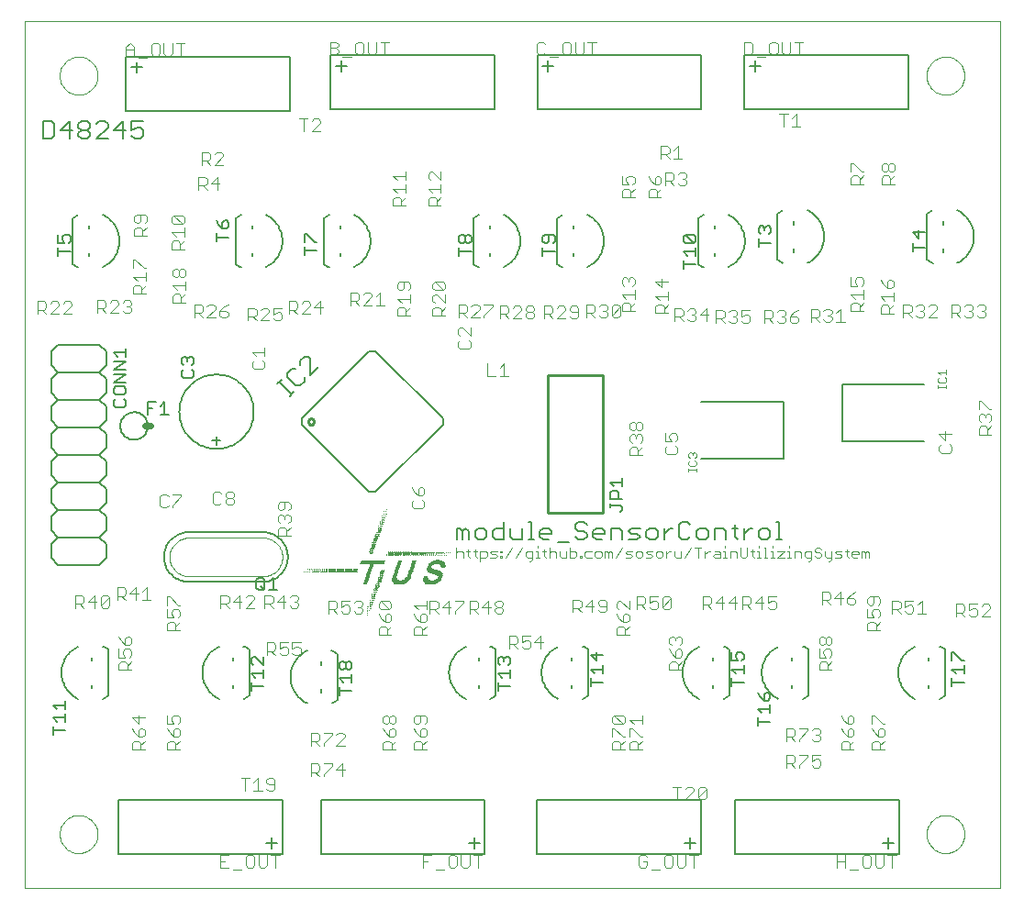
<source format=gto>
G75*
G70*
%OFA0B0*%
%FSLAX24Y24*%
%IPPOS*%
%LPD*%
%AMOC8*
5,1,8,0,0,1.08239X$1,22.5*
%
%ADD10C,0.0000*%
%ADD11R,0.0015X0.0015*%
%ADD12R,0.0030X0.0015*%
%ADD13R,0.0045X0.0015*%
%ADD14R,0.0060X0.0015*%
%ADD15R,0.0195X0.0015*%
%ADD16R,0.0165X0.0015*%
%ADD17R,0.0090X0.0015*%
%ADD18R,0.0315X0.0015*%
%ADD19R,0.0300X0.0015*%
%ADD20R,0.0390X0.0015*%
%ADD21R,0.0375X0.0015*%
%ADD22R,0.0435X0.0015*%
%ADD23R,0.0420X0.0015*%
%ADD24R,0.0480X0.0015*%
%ADD25R,0.0465X0.0015*%
%ADD26R,0.0510X0.0015*%
%ADD27R,0.0555X0.0015*%
%ADD28R,0.0540X0.0015*%
%ADD29R,0.0570X0.0015*%
%ADD30R,0.0600X0.0015*%
%ADD31R,0.0240X0.0015*%
%ADD32R,0.0225X0.0015*%
%ADD33R,0.0210X0.0015*%
%ADD34R,0.0135X0.0015*%
%ADD35R,0.0180X0.0015*%
%ADD36R,0.0150X0.0015*%
%ADD37R,0.0270X0.0015*%
%ADD38R,0.0450X0.0015*%
%ADD39R,0.0525X0.0015*%
%ADD40R,0.0330X0.0015*%
%ADD41R,0.0855X0.0015*%
%ADD42R,0.0870X0.0015*%
%ADD43R,0.0405X0.0015*%
%ADD44R,0.0360X0.0015*%
%ADD45R,0.0285X0.0015*%
%ADD46R,0.0675X0.0015*%
%ADD47C,0.0080*%
%ADD48C,0.0030*%
%ADD49C,0.0060*%
%ADD50C,0.0050*%
%ADD51C,0.0040*%
%ADD52C,0.0020*%
%ADD53C,0.0100*%
%ADD54C,0.0240*%
D10*
X001180Y001680D02*
X001180Y033176D01*
X036613Y033176D01*
X036613Y001680D01*
X001180Y001680D01*
X002460Y003649D02*
X002462Y003701D01*
X002468Y003753D01*
X002478Y003804D01*
X002491Y003854D01*
X002509Y003904D01*
X002530Y003951D01*
X002554Y003997D01*
X002583Y004041D01*
X002614Y004083D01*
X002648Y004122D01*
X002685Y004159D01*
X002725Y004192D01*
X002768Y004223D01*
X002812Y004250D01*
X002858Y004274D01*
X002907Y004294D01*
X002956Y004310D01*
X003007Y004323D01*
X003058Y004332D01*
X003110Y004337D01*
X003162Y004338D01*
X003214Y004335D01*
X003266Y004328D01*
X003317Y004317D01*
X003367Y004303D01*
X003416Y004284D01*
X003463Y004262D01*
X003508Y004237D01*
X003552Y004208D01*
X003593Y004176D01*
X003632Y004141D01*
X003667Y004103D01*
X003700Y004062D01*
X003730Y004020D01*
X003756Y003975D01*
X003779Y003928D01*
X003798Y003879D01*
X003814Y003829D01*
X003826Y003779D01*
X003834Y003727D01*
X003838Y003675D01*
X003838Y003623D01*
X003834Y003571D01*
X003826Y003519D01*
X003814Y003469D01*
X003798Y003419D01*
X003779Y003370D01*
X003756Y003323D01*
X003730Y003278D01*
X003700Y003236D01*
X003667Y003195D01*
X003632Y003157D01*
X003593Y003122D01*
X003552Y003090D01*
X003508Y003061D01*
X003463Y003036D01*
X003416Y003014D01*
X003367Y002995D01*
X003317Y002981D01*
X003266Y002970D01*
X003214Y002963D01*
X003162Y002960D01*
X003110Y002961D01*
X003058Y002966D01*
X003007Y002975D01*
X002956Y002988D01*
X002907Y003004D01*
X002858Y003024D01*
X002812Y003048D01*
X002768Y003075D01*
X002725Y003106D01*
X002685Y003139D01*
X002648Y003176D01*
X002614Y003215D01*
X002583Y003257D01*
X002554Y003301D01*
X002530Y003347D01*
X002509Y003394D01*
X002491Y003444D01*
X002478Y003494D01*
X002468Y003545D01*
X002462Y003597D01*
X002460Y003649D01*
X002460Y031208D02*
X002462Y031260D01*
X002468Y031312D01*
X002478Y031363D01*
X002491Y031413D01*
X002509Y031463D01*
X002530Y031510D01*
X002554Y031556D01*
X002583Y031600D01*
X002614Y031642D01*
X002648Y031681D01*
X002685Y031718D01*
X002725Y031751D01*
X002768Y031782D01*
X002812Y031809D01*
X002858Y031833D01*
X002907Y031853D01*
X002956Y031869D01*
X003007Y031882D01*
X003058Y031891D01*
X003110Y031896D01*
X003162Y031897D01*
X003214Y031894D01*
X003266Y031887D01*
X003317Y031876D01*
X003367Y031862D01*
X003416Y031843D01*
X003463Y031821D01*
X003508Y031796D01*
X003552Y031767D01*
X003593Y031735D01*
X003632Y031700D01*
X003667Y031662D01*
X003700Y031621D01*
X003730Y031579D01*
X003756Y031534D01*
X003779Y031487D01*
X003798Y031438D01*
X003814Y031388D01*
X003826Y031338D01*
X003834Y031286D01*
X003838Y031234D01*
X003838Y031182D01*
X003834Y031130D01*
X003826Y031078D01*
X003814Y031028D01*
X003798Y030978D01*
X003779Y030929D01*
X003756Y030882D01*
X003730Y030837D01*
X003700Y030795D01*
X003667Y030754D01*
X003632Y030716D01*
X003593Y030681D01*
X003552Y030649D01*
X003508Y030620D01*
X003463Y030595D01*
X003416Y030573D01*
X003367Y030554D01*
X003317Y030540D01*
X003266Y030529D01*
X003214Y030522D01*
X003162Y030519D01*
X003110Y030520D01*
X003058Y030525D01*
X003007Y030534D01*
X002956Y030547D01*
X002907Y030563D01*
X002858Y030583D01*
X002812Y030607D01*
X002768Y030634D01*
X002725Y030665D01*
X002685Y030698D01*
X002648Y030735D01*
X002614Y030774D01*
X002583Y030816D01*
X002554Y030860D01*
X002530Y030906D01*
X002509Y030953D01*
X002491Y031003D01*
X002478Y031053D01*
X002468Y031104D01*
X002462Y031156D01*
X002460Y031208D01*
X033956Y031208D02*
X033958Y031260D01*
X033964Y031312D01*
X033974Y031363D01*
X033987Y031413D01*
X034005Y031463D01*
X034026Y031510D01*
X034050Y031556D01*
X034079Y031600D01*
X034110Y031642D01*
X034144Y031681D01*
X034181Y031718D01*
X034221Y031751D01*
X034264Y031782D01*
X034308Y031809D01*
X034354Y031833D01*
X034403Y031853D01*
X034452Y031869D01*
X034503Y031882D01*
X034554Y031891D01*
X034606Y031896D01*
X034658Y031897D01*
X034710Y031894D01*
X034762Y031887D01*
X034813Y031876D01*
X034863Y031862D01*
X034912Y031843D01*
X034959Y031821D01*
X035004Y031796D01*
X035048Y031767D01*
X035089Y031735D01*
X035128Y031700D01*
X035163Y031662D01*
X035196Y031621D01*
X035226Y031579D01*
X035252Y031534D01*
X035275Y031487D01*
X035294Y031438D01*
X035310Y031388D01*
X035322Y031338D01*
X035330Y031286D01*
X035334Y031234D01*
X035334Y031182D01*
X035330Y031130D01*
X035322Y031078D01*
X035310Y031028D01*
X035294Y030978D01*
X035275Y030929D01*
X035252Y030882D01*
X035226Y030837D01*
X035196Y030795D01*
X035163Y030754D01*
X035128Y030716D01*
X035089Y030681D01*
X035048Y030649D01*
X035004Y030620D01*
X034959Y030595D01*
X034912Y030573D01*
X034863Y030554D01*
X034813Y030540D01*
X034762Y030529D01*
X034710Y030522D01*
X034658Y030519D01*
X034606Y030520D01*
X034554Y030525D01*
X034503Y030534D01*
X034452Y030547D01*
X034403Y030563D01*
X034354Y030583D01*
X034308Y030607D01*
X034264Y030634D01*
X034221Y030665D01*
X034181Y030698D01*
X034144Y030735D01*
X034110Y030774D01*
X034079Y030816D01*
X034050Y030860D01*
X034026Y030906D01*
X034005Y030953D01*
X033987Y031003D01*
X033974Y031053D01*
X033964Y031104D01*
X033958Y031156D01*
X033956Y031208D01*
X033956Y003649D02*
X033958Y003701D01*
X033964Y003753D01*
X033974Y003804D01*
X033987Y003854D01*
X034005Y003904D01*
X034026Y003951D01*
X034050Y003997D01*
X034079Y004041D01*
X034110Y004083D01*
X034144Y004122D01*
X034181Y004159D01*
X034221Y004192D01*
X034264Y004223D01*
X034308Y004250D01*
X034354Y004274D01*
X034403Y004294D01*
X034452Y004310D01*
X034503Y004323D01*
X034554Y004332D01*
X034606Y004337D01*
X034658Y004338D01*
X034710Y004335D01*
X034762Y004328D01*
X034813Y004317D01*
X034863Y004303D01*
X034912Y004284D01*
X034959Y004262D01*
X035004Y004237D01*
X035048Y004208D01*
X035089Y004176D01*
X035128Y004141D01*
X035163Y004103D01*
X035196Y004062D01*
X035226Y004020D01*
X035252Y003975D01*
X035275Y003928D01*
X035294Y003879D01*
X035310Y003829D01*
X035322Y003779D01*
X035330Y003727D01*
X035334Y003675D01*
X035334Y003623D01*
X035330Y003571D01*
X035322Y003519D01*
X035310Y003469D01*
X035294Y003419D01*
X035275Y003370D01*
X035252Y003323D01*
X035226Y003278D01*
X035196Y003236D01*
X035163Y003195D01*
X035128Y003157D01*
X035089Y003122D01*
X035048Y003090D01*
X035004Y003061D01*
X034959Y003036D01*
X034912Y003014D01*
X034863Y002995D01*
X034813Y002981D01*
X034762Y002970D01*
X034710Y002963D01*
X034658Y002960D01*
X034606Y002961D01*
X034554Y002966D01*
X034503Y002975D01*
X034452Y002988D01*
X034403Y003004D01*
X034354Y003024D01*
X034308Y003048D01*
X034264Y003075D01*
X034221Y003106D01*
X034181Y003139D01*
X034144Y003176D01*
X034110Y003215D01*
X034079Y003257D01*
X034050Y003301D01*
X034026Y003347D01*
X034005Y003394D01*
X033987Y003444D01*
X033974Y003494D01*
X033964Y003545D01*
X033958Y003597D01*
X033956Y003649D01*
D11*
X016675Y013850D03*
X016525Y013775D03*
X016450Y013775D03*
X016450Y013835D03*
X016375Y013835D03*
X016375Y013775D03*
X016300Y013775D03*
X016300Y013835D03*
X016225Y013835D03*
X016225Y013865D03*
X016150Y013865D03*
X016150Y013835D03*
X016150Y013790D03*
X016075Y013790D03*
X016075Y013835D03*
X016000Y013835D03*
X015325Y013805D03*
X015250Y013805D03*
X015250Y013880D03*
X015175Y013880D03*
X015175Y013805D03*
X015100Y013805D03*
X015100Y013820D03*
X015100Y013880D03*
X015025Y013880D03*
X015025Y013820D03*
X015025Y013805D03*
X014950Y013805D03*
X014950Y013820D03*
X014950Y013880D03*
X014875Y013880D03*
X014875Y013820D03*
X014875Y013805D03*
X014800Y013805D03*
X014800Y013820D03*
X014800Y013880D03*
X014725Y013880D03*
X014725Y013820D03*
X014650Y013820D03*
X014650Y013880D03*
X014575Y013820D03*
X014500Y013820D03*
X014425Y013820D03*
X014365Y013775D03*
X013885Y013985D03*
X013900Y014045D03*
X013900Y014105D03*
X013900Y014120D03*
X013900Y014180D03*
X013900Y014195D03*
X013900Y014255D03*
X013900Y014270D03*
X013900Y014330D03*
X013900Y014345D03*
X013915Y014390D03*
X013975Y014405D03*
X014035Y014390D03*
X014035Y014375D03*
X013975Y014330D03*
X013975Y014270D03*
X013975Y014255D03*
X013960Y014165D03*
X013840Y014210D03*
X013825Y014120D03*
X013825Y014105D03*
X013825Y014045D03*
X013780Y014015D03*
X013765Y013970D03*
X013750Y013955D03*
X013825Y013970D03*
X013825Y013820D03*
X013930Y014450D03*
X013975Y014480D03*
X014050Y014480D03*
X014110Y014585D03*
X014050Y014765D03*
X014065Y014810D03*
X014065Y014825D03*
X014185Y014810D03*
X014200Y014885D03*
X014200Y014960D03*
X014260Y014975D03*
X014275Y015035D03*
X014275Y015065D03*
X014275Y015110D03*
X014275Y015140D03*
X014275Y015185D03*
X014335Y015200D03*
X014350Y015260D03*
X014275Y015260D03*
X014275Y015350D03*
X014350Y015425D03*
X014200Y015200D03*
X014200Y015185D03*
X014200Y015140D03*
X014200Y015110D03*
X014200Y015065D03*
X014200Y015035D03*
X014125Y014990D03*
X014200Y013220D03*
X014155Y013190D03*
X014140Y013160D03*
X014140Y013145D03*
X014125Y013130D03*
X014125Y012995D03*
X014125Y012980D03*
X014185Y012980D03*
X014185Y012965D03*
X014185Y012935D03*
X014200Y012995D03*
X014125Y012920D03*
X014125Y012905D03*
X014125Y012845D03*
X014125Y012830D03*
X014050Y012830D03*
X014050Y012845D03*
X014050Y012905D03*
X014050Y012920D03*
X014050Y012770D03*
X014050Y012755D03*
X014050Y012695D03*
X014050Y012680D03*
X014050Y012620D03*
X014050Y012605D03*
X013975Y012605D03*
X013930Y012575D03*
X013915Y012560D03*
X013975Y012680D03*
X014110Y012740D03*
X014035Y012500D03*
X013840Y012350D03*
X013840Y012335D03*
X013900Y012185D03*
X013885Y012140D03*
X013885Y012125D03*
X013825Y012110D03*
X013750Y012065D03*
X013750Y012035D03*
X013750Y011990D03*
X013750Y011960D03*
X013750Y011915D03*
X013750Y011885D03*
X013810Y011900D03*
X013825Y011960D03*
X013825Y011990D03*
X013675Y011885D03*
X013675Y011810D03*
X013750Y011810D03*
X013675Y011735D03*
X013675Y011600D03*
X013225Y013145D03*
X013150Y013145D03*
X013075Y013145D03*
X013075Y013220D03*
X013000Y013220D03*
X013000Y013205D03*
X013000Y013145D03*
X012925Y013145D03*
X012925Y013205D03*
X012925Y013220D03*
X012850Y013220D03*
X012850Y013205D03*
X012850Y013145D03*
X012775Y013145D03*
X012775Y013205D03*
X012775Y013220D03*
X012700Y013220D03*
X012700Y013205D03*
X012700Y013145D03*
X012625Y013205D03*
X012625Y013220D03*
X012550Y013205D03*
X011950Y013235D03*
X011875Y013235D03*
X011800Y013235D03*
X011800Y013190D03*
X011800Y013160D03*
X011875Y013160D03*
X011725Y013160D03*
X011725Y013190D03*
X011725Y013235D03*
X011650Y013235D03*
X011575Y013235D03*
X011575Y013250D03*
X011500Y013250D03*
X011425Y013175D03*
X011350Y013175D03*
X011575Y013160D03*
X011650Y013160D03*
X014260Y013160D03*
X014275Y013220D03*
D12*
X014268Y013205D03*
X014268Y013190D03*
X014208Y013145D03*
X014193Y013130D03*
X014208Y013070D03*
X014193Y013055D03*
X014193Y013010D03*
X014133Y013070D03*
X014118Y013055D03*
X014073Y012965D03*
X014058Y012935D03*
X014118Y012785D03*
X013983Y012740D03*
X013983Y012710D03*
X014043Y012590D03*
X014043Y012575D03*
X014043Y012560D03*
X013908Y012515D03*
X013908Y012485D03*
X013968Y012410D03*
X013968Y012365D03*
X013968Y012350D03*
X013833Y012290D03*
X013833Y012260D03*
X013818Y012215D03*
X013833Y012185D03*
X013818Y012140D03*
X013758Y012125D03*
X013758Y012110D03*
X013818Y012065D03*
X013833Y012035D03*
X013818Y011975D03*
X013683Y011900D03*
X013668Y011825D03*
X013668Y011750D03*
X013743Y011750D03*
X013668Y011675D03*
X013893Y012215D03*
X014193Y013205D03*
X014373Y013790D03*
X014418Y013805D03*
X014493Y013805D03*
X014568Y013805D03*
X014643Y013805D03*
X014718Y013805D03*
X014793Y013775D03*
X014868Y013775D03*
X015018Y013775D03*
X015093Y013775D03*
X015168Y013775D03*
X015243Y013775D03*
X015318Y013775D03*
X015393Y013775D03*
X015468Y013775D03*
X015543Y013775D03*
X015618Y013775D03*
X015693Y013775D03*
X015693Y013790D03*
X015768Y013790D03*
X015768Y013775D03*
X015843Y013775D03*
X015843Y013790D03*
X015858Y013835D03*
X015843Y013865D03*
X015918Y013865D03*
X015933Y013835D03*
X015918Y013790D03*
X015918Y013775D03*
X015993Y013775D03*
X015993Y013790D03*
X015993Y013865D03*
X016068Y013865D03*
X016068Y013775D03*
X016143Y013775D03*
X016218Y013775D03*
X016443Y013850D03*
X016518Y013850D03*
X016593Y013850D03*
X015768Y013865D03*
X015693Y013865D03*
X014568Y013880D03*
X014493Y013880D03*
X014418Y013880D03*
X013893Y014015D03*
X013893Y014030D03*
X013818Y014030D03*
X013818Y013955D03*
X013833Y013895D03*
X013818Y013880D03*
X013818Y013835D03*
X013758Y013820D03*
X013743Y013880D03*
X013758Y013895D03*
X013758Y013985D03*
X013833Y014165D03*
X013968Y014210D03*
X013968Y014240D03*
X013908Y014360D03*
X014043Y014435D03*
X013983Y014585D03*
X014118Y014600D03*
X014118Y014615D03*
X014118Y014660D03*
X014058Y014735D03*
X014118Y014765D03*
X014118Y014840D03*
X014133Y014885D03*
X014118Y014915D03*
X014133Y014960D03*
X014133Y014975D03*
X014193Y014990D03*
X014193Y014915D03*
X014193Y014840D03*
X014193Y014825D03*
X014268Y015050D03*
X014268Y015200D03*
X014268Y015275D03*
X014343Y015275D03*
X014343Y015350D03*
X013293Y013250D03*
X013293Y013235D03*
X013233Y013220D03*
X013218Y013205D03*
X013158Y013220D03*
X013143Y013205D03*
X013068Y013205D03*
X012108Y013235D03*
X012093Y013250D03*
X012093Y013190D03*
X012033Y013160D03*
X012018Y013190D03*
X012033Y013235D03*
X012018Y013250D03*
X011943Y013250D03*
X011943Y013190D03*
X011958Y013160D03*
X011868Y013190D03*
X011868Y013250D03*
X011793Y013250D03*
X011718Y013250D03*
X011643Y013250D03*
X011568Y013175D03*
X011493Y013175D03*
D13*
X011650Y013175D03*
X011725Y013175D03*
X011800Y013175D03*
X011875Y013175D03*
X011950Y013175D03*
X012025Y013175D03*
X012100Y013175D03*
X012100Y013160D03*
X012175Y013160D03*
X012175Y013175D03*
X012175Y013190D03*
X012175Y013235D03*
X012175Y013250D03*
X012250Y013250D03*
X012250Y013235D03*
X012250Y013190D03*
X012250Y013175D03*
X012250Y013160D03*
X012325Y013160D03*
X012325Y013190D03*
X012325Y013235D03*
X012325Y013250D03*
X012400Y013250D03*
X012400Y013235D03*
X012400Y013190D03*
X012400Y013160D03*
X012475Y013160D03*
X012475Y013190D03*
X012475Y013235D03*
X012475Y013250D03*
X012550Y013250D03*
X012550Y013235D03*
X012550Y013190D03*
X012550Y013160D03*
X012625Y013160D03*
X012625Y013190D03*
X012625Y013235D03*
X012625Y013250D03*
X012700Y013250D03*
X012700Y013235D03*
X012700Y013190D03*
X012700Y013160D03*
X012775Y013160D03*
X012775Y013190D03*
X012775Y013235D03*
X012775Y013250D03*
X012850Y013250D03*
X012850Y013235D03*
X012925Y013235D03*
X012925Y013250D03*
X013000Y013250D03*
X013000Y013235D03*
X013075Y013235D03*
X013075Y013250D03*
X013150Y013250D03*
X013150Y013235D03*
X013150Y013160D03*
X013075Y013160D03*
X013000Y013160D03*
X012925Y013160D03*
X012850Y013160D03*
X013225Y013160D03*
X013225Y013235D03*
X013225Y013250D03*
X013750Y013835D03*
X013750Y013910D03*
X013765Y013940D03*
X013825Y013910D03*
X013825Y013865D03*
X013825Y013985D03*
X013825Y014060D03*
X013900Y014060D03*
X013900Y014090D03*
X013900Y014135D03*
X013900Y014210D03*
X013900Y014240D03*
X013900Y014285D03*
X013900Y014315D03*
X013915Y014375D03*
X013975Y014390D03*
X013975Y014360D03*
X013975Y014315D03*
X013975Y014300D03*
X013975Y014285D03*
X013975Y014435D03*
X013975Y014465D03*
X013975Y014510D03*
X013975Y014540D03*
X013990Y014600D03*
X014050Y014615D03*
X014050Y014585D03*
X014050Y014540D03*
X014050Y014510D03*
X014050Y014465D03*
X014050Y014450D03*
X014050Y014660D03*
X014050Y014675D03*
X014050Y014690D03*
X014050Y014750D03*
X014125Y014750D03*
X014125Y014735D03*
X014125Y014690D03*
X014125Y014675D03*
X014125Y014810D03*
X014125Y014825D03*
X014125Y014900D03*
X014200Y014900D03*
X014200Y014975D03*
X014200Y015050D03*
X014200Y015125D03*
X014275Y015125D03*
X013825Y014135D03*
X014425Y013835D03*
X014425Y013775D03*
X014500Y013775D03*
X014500Y013835D03*
X014575Y013835D03*
X014575Y013775D03*
X014650Y013775D03*
X014650Y013835D03*
X014725Y013835D03*
X014725Y013775D03*
X014800Y013790D03*
X014800Y013835D03*
X014875Y013835D03*
X014875Y013865D03*
X014950Y013865D03*
X014950Y013835D03*
X014950Y013790D03*
X014950Y013775D03*
X015025Y013790D03*
X015025Y013835D03*
X015025Y013865D03*
X015100Y013865D03*
X015100Y013835D03*
X015100Y013790D03*
X015175Y013790D03*
X015175Y013835D03*
X015175Y013865D03*
X015250Y013865D03*
X015250Y013835D03*
X015250Y013790D03*
X015325Y013790D03*
X015325Y013835D03*
X015325Y013865D03*
X015400Y013865D03*
X015400Y013835D03*
X015400Y013790D03*
X015475Y013790D03*
X015475Y013835D03*
X015475Y013865D03*
X015550Y013865D03*
X015550Y013850D03*
X015550Y013835D03*
X015550Y013790D03*
X015625Y013790D03*
X015625Y013835D03*
X015625Y013850D03*
X015625Y013865D03*
X015700Y013850D03*
X015700Y013835D03*
X015775Y013835D03*
X015775Y013850D03*
X015850Y013850D03*
X015925Y013850D03*
X016000Y013850D03*
X016075Y013850D03*
X016150Y013850D03*
X016225Y013850D03*
X016300Y013850D03*
X016375Y013850D03*
X014875Y013790D03*
X014200Y013160D03*
X014140Y013115D03*
X014125Y013085D03*
X014200Y013085D03*
X014200Y013040D03*
X014125Y013010D03*
X014125Y012935D03*
X014125Y012890D03*
X014125Y012860D03*
X014125Y012815D03*
X014125Y012800D03*
X014050Y012815D03*
X014050Y012785D03*
X014050Y012740D03*
X014050Y012710D03*
X014050Y012665D03*
X014050Y012650D03*
X014050Y012635D03*
X013975Y012635D03*
X013975Y012665D03*
X013990Y012725D03*
X013975Y012590D03*
X013975Y012560D03*
X013975Y012515D03*
X013975Y012485D03*
X013975Y012440D03*
X013975Y012425D03*
X013900Y012425D03*
X013900Y012440D03*
X013900Y012410D03*
X013900Y012365D03*
X013900Y012350D03*
X013900Y012335D03*
X013900Y012290D03*
X013900Y012275D03*
X013900Y012260D03*
X013900Y012200D03*
X013825Y012200D03*
X013825Y012275D03*
X013825Y012125D03*
X013825Y012050D03*
X013750Y012050D03*
X013750Y011975D03*
X013750Y011900D03*
X013750Y011825D03*
X013915Y012500D03*
X014050Y012860D03*
D14*
X014058Y012890D03*
X014133Y012965D03*
X014133Y013040D03*
X014208Y013115D03*
X014208Y013190D03*
X013983Y012650D03*
X013983Y012575D03*
X013983Y012500D03*
X013233Y013190D03*
X013158Y013190D03*
X013083Y013190D03*
X013008Y013190D03*
X012933Y013190D03*
X012858Y013190D03*
X012708Y013175D03*
X012633Y013175D03*
X012558Y013175D03*
X012483Y013175D03*
X012408Y013175D03*
X012333Y013175D03*
X013758Y013865D03*
X013833Y013940D03*
X013833Y014015D03*
X013833Y014090D03*
X013908Y014165D03*
X013908Y014300D03*
X013983Y014375D03*
X013983Y014450D03*
X013983Y014525D03*
X014058Y014525D03*
X014058Y014600D03*
X014433Y013790D03*
X014508Y013790D03*
X014583Y013790D03*
X014658Y013790D03*
X014733Y013790D03*
X014733Y013865D03*
X014808Y013865D03*
X014658Y013865D03*
X014583Y013865D03*
X015108Y013850D03*
X015183Y013850D03*
X015258Y013850D03*
X015333Y013850D03*
X015408Y013850D03*
X015483Y013850D03*
D15*
X015955Y013430D03*
X016375Y013415D03*
X016270Y013040D03*
X016195Y012860D03*
X015940Y012710D03*
X015760Y012890D03*
X015070Y012875D03*
X015055Y012860D03*
X014800Y012710D03*
X014635Y012875D03*
D16*
X014635Y012950D03*
X014635Y012965D03*
X014635Y012980D03*
X014635Y012995D03*
X014650Y013025D03*
X014650Y013040D03*
X014650Y013055D03*
X014665Y013070D03*
X014665Y013085D03*
X014665Y013100D03*
X014680Y013115D03*
X014680Y013130D03*
X014680Y013145D03*
X014695Y013160D03*
X014695Y013175D03*
X014695Y013190D03*
X014710Y013205D03*
X014710Y013220D03*
X014710Y013235D03*
X014725Y013250D03*
X014725Y013265D03*
X014725Y013280D03*
X014740Y013295D03*
X014740Y013310D03*
X014755Y013340D03*
X014755Y013355D03*
X014770Y013385D03*
X014770Y013400D03*
X014785Y013430D03*
X014785Y013445D03*
X014800Y013475D03*
X014800Y013490D03*
X014815Y013520D03*
X014815Y013535D03*
X014830Y013550D03*
X014830Y013565D03*
X015295Y013415D03*
X015295Y013400D03*
X015295Y013385D03*
X015280Y013370D03*
X015280Y013355D03*
X015280Y013340D03*
X015265Y013325D03*
X015265Y013310D03*
X015265Y013295D03*
X015250Y013280D03*
X015250Y013265D03*
X015250Y013250D03*
X015235Y013235D03*
X015235Y013220D03*
X015220Y013190D03*
X015220Y013175D03*
X015205Y013160D03*
X015205Y013145D03*
X015205Y013130D03*
X015190Y013115D03*
X015190Y013100D03*
X015190Y013085D03*
X015175Y013070D03*
X015175Y013055D03*
X015175Y013040D03*
X015160Y013025D03*
X015160Y013010D03*
X015145Y012995D03*
X015145Y012980D03*
X015130Y012950D03*
X015100Y012905D03*
X015310Y013430D03*
X015310Y013445D03*
X015310Y013460D03*
X015325Y013475D03*
X015325Y013490D03*
X015325Y013505D03*
X015340Y013520D03*
X015340Y013535D03*
X015340Y013550D03*
X015355Y013565D03*
X015895Y013340D03*
X015895Y013325D03*
X015895Y013310D03*
X015910Y013370D03*
X015925Y013400D03*
X016210Y013580D03*
X016390Y013355D03*
X016285Y013010D03*
X016285Y012995D03*
X016285Y012980D03*
X016270Y012950D03*
X016270Y012935D03*
X016255Y012920D03*
X016255Y012905D03*
X015745Y012935D03*
X015745Y012950D03*
X015745Y012965D03*
X015745Y012980D03*
X014125Y012950D03*
X013690Y013100D03*
X013690Y013115D03*
X013690Y013130D03*
X013705Y013145D03*
X013705Y013160D03*
X013705Y013175D03*
X013720Y013190D03*
X013720Y013205D03*
X013720Y013220D03*
X013735Y013235D03*
X013735Y013250D03*
X013750Y013280D03*
X013750Y013295D03*
X013765Y013325D03*
X013765Y013340D03*
X013780Y013355D03*
X013780Y013370D03*
X013780Y013385D03*
X013795Y013400D03*
X013795Y013415D03*
X013795Y013430D03*
X013675Y013085D03*
X013675Y013070D03*
X013675Y013055D03*
X013660Y013040D03*
X013660Y013025D03*
X013660Y013010D03*
X013645Y012995D03*
X013645Y012980D03*
X013645Y012965D03*
X013630Y012950D03*
X013630Y012935D03*
X013630Y012920D03*
X013615Y012905D03*
X013615Y012890D03*
X013615Y012875D03*
X013600Y012860D03*
X013600Y012845D03*
X013600Y012830D03*
X013585Y012815D03*
X013585Y012800D03*
X013585Y012785D03*
X013570Y012770D03*
X013570Y012755D03*
X013570Y012740D03*
X013555Y012725D03*
X013825Y014000D03*
X013885Y014150D03*
D17*
X014043Y012800D03*
X014073Y012725D03*
D18*
X014800Y012725D03*
X016210Y013085D03*
D19*
X015948Y012725D03*
D20*
X014808Y012740D03*
D21*
X015940Y012740D03*
X016180Y013100D03*
X016000Y013220D03*
D22*
X014815Y012755D03*
D23*
X015948Y012755D03*
X016143Y013115D03*
X016023Y013205D03*
D24*
X016188Y013505D03*
X014823Y012770D03*
D25*
X015955Y012770D03*
X016105Y013145D03*
X016090Y013160D03*
X016075Y013175D03*
X016195Y013520D03*
D26*
X015963Y012785D03*
X014823Y012785D03*
D27*
X014830Y012800D03*
X016180Y013475D03*
D28*
X015963Y012800D03*
D29*
X015963Y012815D03*
X016173Y013460D03*
X014838Y012815D03*
D30*
X014838Y012830D03*
X015978Y012830D03*
D31*
X015798Y012845D03*
X015918Y013265D03*
X015033Y012845D03*
X014658Y012845D03*
D32*
X015775Y012860D03*
X016165Y012845D03*
X016255Y013055D03*
X016345Y013445D03*
X015985Y013445D03*
D33*
X015903Y013280D03*
X015768Y012875D03*
X016368Y013430D03*
X014643Y012860D03*
D34*
X014155Y013025D03*
X014170Y013100D03*
X014095Y012875D03*
X013780Y013850D03*
X013795Y013925D03*
X013855Y014075D03*
X014470Y013865D03*
D35*
X015228Y013205D03*
X015138Y012965D03*
X015123Y012935D03*
X015108Y012920D03*
X015093Y012890D03*
X014628Y012890D03*
X014628Y012905D03*
X014628Y012920D03*
X014628Y012935D03*
X015753Y012920D03*
X015753Y012905D03*
X015888Y013295D03*
X015948Y013415D03*
X016383Y013400D03*
X016383Y013385D03*
X016383Y013370D03*
X016278Y013025D03*
X016233Y012890D03*
X016218Y012875D03*
D36*
X016278Y012965D03*
X016383Y013325D03*
X016383Y013340D03*
X015918Y013385D03*
X015903Y013355D03*
X015753Y012995D03*
X014778Y013415D03*
X014793Y013460D03*
X014808Y013505D03*
X014763Y013370D03*
X014748Y013325D03*
X014643Y013010D03*
X014208Y013175D03*
X013758Y013310D03*
X013743Y013265D03*
X013908Y014225D03*
D37*
X015933Y013250D03*
X016233Y013070D03*
D38*
X016128Y013130D03*
X016053Y013190D03*
D39*
X016180Y013490D03*
X013015Y013175D03*
D40*
X015963Y013235D03*
D41*
X013855Y013565D03*
X013840Y013535D03*
X013840Y013520D03*
X013825Y013490D03*
X013825Y013475D03*
X013810Y013445D03*
D42*
X013818Y013460D03*
X013833Y013505D03*
X013848Y013550D03*
D43*
X016195Y013535D03*
D44*
X016203Y013550D03*
D45*
X016210Y013565D03*
D46*
X014725Y013850D03*
D47*
X016900Y014360D02*
X016900Y014774D01*
X017003Y014774D01*
X017107Y014670D01*
X017210Y014774D01*
X017314Y014670D01*
X017314Y014360D01*
X017107Y014360D02*
X017107Y014670D01*
X017545Y014670D02*
X017545Y014463D01*
X017648Y014360D01*
X017855Y014360D01*
X017958Y014463D01*
X017958Y014670D01*
X017855Y014774D01*
X017648Y014774D01*
X017545Y014670D01*
X018189Y014670D02*
X018293Y014774D01*
X018603Y014774D01*
X018603Y014981D02*
X018603Y014360D01*
X018293Y014360D01*
X018189Y014463D01*
X018189Y014670D01*
X018834Y014774D02*
X018834Y014463D01*
X018937Y014360D01*
X019247Y014360D01*
X019247Y014774D01*
X019478Y014981D02*
X019582Y014981D01*
X019582Y014360D01*
X019685Y014360D02*
X019478Y014360D01*
X019908Y014463D02*
X019908Y014670D01*
X020011Y014774D01*
X020218Y014774D01*
X020322Y014670D01*
X020322Y014567D01*
X019908Y014567D01*
X019908Y014463D02*
X020011Y014360D01*
X020218Y014360D01*
X020552Y014257D02*
X020966Y014257D01*
X021197Y014463D02*
X021300Y014360D01*
X021507Y014360D01*
X021611Y014463D01*
X021611Y014567D01*
X021507Y014670D01*
X021300Y014670D01*
X021197Y014774D01*
X021197Y014877D01*
X021300Y014981D01*
X021507Y014981D01*
X021611Y014877D01*
X021842Y014670D02*
X021945Y014774D01*
X022152Y014774D01*
X022255Y014670D01*
X022255Y014567D01*
X021842Y014567D01*
X021842Y014670D02*
X021842Y014463D01*
X021945Y014360D01*
X022152Y014360D01*
X022486Y014360D02*
X022486Y014774D01*
X022796Y014774D01*
X022900Y014670D01*
X022900Y014360D01*
X023131Y014360D02*
X023441Y014360D01*
X023544Y014463D01*
X023441Y014567D01*
X023234Y014567D01*
X023131Y014670D01*
X023234Y014774D01*
X023544Y014774D01*
X023775Y014670D02*
X023775Y014463D01*
X023879Y014360D01*
X024085Y014360D01*
X024189Y014463D01*
X024189Y014670D01*
X024085Y014774D01*
X023879Y014774D01*
X023775Y014670D01*
X024420Y014567D02*
X024627Y014774D01*
X024730Y014774D01*
X024957Y014877D02*
X024957Y014463D01*
X025060Y014360D01*
X025267Y014360D01*
X025371Y014463D01*
X025601Y014463D02*
X025705Y014360D01*
X025912Y014360D01*
X026015Y014463D01*
X026015Y014670D01*
X025912Y014774D01*
X025705Y014774D01*
X025601Y014670D01*
X025601Y014463D01*
X025371Y014877D02*
X025267Y014981D01*
X025060Y014981D01*
X024957Y014877D01*
X024420Y014774D02*
X024420Y014360D01*
X026246Y014360D02*
X026246Y014774D01*
X026556Y014774D01*
X026660Y014670D01*
X026660Y014360D01*
X026994Y014463D02*
X027097Y014360D01*
X026994Y014463D02*
X026994Y014877D01*
X026891Y014774D02*
X027097Y014774D01*
X027320Y014774D02*
X027320Y014360D01*
X027320Y014567D02*
X027527Y014774D01*
X027630Y014774D01*
X027857Y014670D02*
X027857Y014463D01*
X027961Y014360D01*
X028168Y014360D01*
X028271Y014463D01*
X028271Y014670D01*
X028168Y014774D01*
X027961Y014774D01*
X027857Y014670D01*
X028502Y014360D02*
X028709Y014360D01*
X028605Y014360D02*
X028605Y014981D01*
X028502Y014981D01*
X028756Y017296D02*
X025764Y017296D01*
X025764Y019344D02*
X028756Y019344D01*
X028756Y017296D01*
X030884Y017936D02*
X033876Y017936D01*
X033876Y019984D02*
X030884Y019984D01*
X030884Y017936D01*
X016381Y018529D02*
X013931Y016079D01*
X013709Y016079D01*
X011259Y018529D01*
X011259Y018751D01*
X013709Y021201D01*
X013931Y021201D01*
X016381Y018751D01*
X016381Y018529D01*
D48*
X019822Y014127D02*
X019822Y014065D01*
X019822Y013942D02*
X019822Y013695D01*
X019760Y013695D02*
X019884Y013695D01*
X020067Y013757D02*
X020129Y013695D01*
X020067Y013757D02*
X020067Y014004D01*
X020006Y013942D02*
X020129Y013942D01*
X020251Y013880D02*
X020313Y013942D01*
X020436Y013942D01*
X020498Y013880D01*
X020498Y013695D01*
X020620Y013757D02*
X020681Y013695D01*
X020866Y013695D01*
X020866Y013942D01*
X020988Y013942D02*
X021173Y013942D01*
X021235Y013880D01*
X021235Y013757D01*
X021173Y013695D01*
X020988Y013695D01*
X020988Y014065D01*
X020620Y013942D02*
X020620Y013757D01*
X020251Y013695D02*
X020251Y014065D01*
X019822Y013942D02*
X019760Y013942D01*
X019639Y013942D02*
X019454Y013942D01*
X019392Y013880D01*
X019392Y013757D01*
X019454Y013695D01*
X019639Y013695D01*
X019639Y013633D02*
X019639Y013942D01*
X019639Y013633D02*
X019577Y013572D01*
X019515Y013572D01*
X019024Y013695D02*
X019270Y014065D01*
X018902Y014065D02*
X018655Y013695D01*
X018533Y013695D02*
X018533Y013757D01*
X018471Y013757D01*
X018471Y013695D01*
X018533Y013695D01*
X018533Y013880D02*
X018471Y013880D01*
X018471Y013942D01*
X018533Y013942D01*
X018533Y013880D01*
X018350Y013942D02*
X018164Y013942D01*
X018103Y013880D01*
X018164Y013818D01*
X018288Y013818D01*
X018350Y013757D01*
X018288Y013695D01*
X018103Y013695D01*
X017981Y013757D02*
X017920Y013695D01*
X017734Y013695D01*
X017612Y013695D02*
X017551Y013757D01*
X017551Y014004D01*
X017612Y013942D02*
X017489Y013942D01*
X017367Y013942D02*
X017243Y013942D01*
X017305Y014004D02*
X017305Y013757D01*
X017367Y013695D01*
X017122Y013695D02*
X017122Y013880D01*
X017060Y013942D01*
X016937Y013942D01*
X016875Y013880D01*
X016875Y014065D02*
X016875Y013695D01*
X017734Y013572D02*
X017734Y013942D01*
X017920Y013942D01*
X017981Y013880D01*
X017981Y013757D01*
X021356Y013695D02*
X021356Y013757D01*
X021418Y013757D01*
X021418Y013695D01*
X021356Y013695D01*
X021540Y013757D02*
X021602Y013695D01*
X021787Y013695D01*
X021909Y013757D02*
X021970Y013695D01*
X022094Y013695D01*
X022156Y013757D01*
X022156Y013880D01*
X022094Y013942D01*
X021970Y013942D01*
X021909Y013880D01*
X021909Y013757D01*
X021787Y013942D02*
X021602Y013942D01*
X021540Y013880D01*
X021540Y013757D01*
X022277Y013695D02*
X022277Y013942D01*
X022339Y013942D01*
X022400Y013880D01*
X022462Y013942D01*
X022524Y013880D01*
X022524Y013695D01*
X022645Y013695D02*
X022892Y014065D01*
X023075Y013942D02*
X023260Y013942D01*
X023382Y013880D02*
X023382Y013757D01*
X023444Y013695D01*
X023567Y013695D01*
X023629Y013757D01*
X023629Y013880D01*
X023567Y013942D01*
X023444Y013942D01*
X023382Y013880D01*
X023260Y013757D02*
X023199Y013695D01*
X023014Y013695D01*
X023075Y013818D02*
X023014Y013880D01*
X023075Y013942D01*
X023075Y013818D02*
X023199Y013818D01*
X023260Y013757D01*
X023750Y013695D02*
X023935Y013695D01*
X023997Y013757D01*
X023935Y013818D01*
X023812Y013818D01*
X023750Y013880D01*
X023812Y013942D01*
X023997Y013942D01*
X024119Y013880D02*
X024119Y013757D01*
X024180Y013695D01*
X024304Y013695D01*
X024365Y013757D01*
X024365Y013880D01*
X024304Y013942D01*
X024180Y013942D01*
X024119Y013880D01*
X024487Y013818D02*
X024610Y013942D01*
X024672Y013942D01*
X024794Y013942D02*
X024794Y013757D01*
X024855Y013695D01*
X025041Y013695D01*
X025041Y013942D01*
X025162Y013695D02*
X025409Y014065D01*
X025530Y014065D02*
X025777Y014065D01*
X025654Y014065D02*
X025654Y013695D01*
X025899Y013695D02*
X025899Y013942D01*
X026022Y013942D02*
X026084Y013942D01*
X026022Y013942D02*
X025899Y013818D01*
X026206Y013757D02*
X026267Y013695D01*
X026453Y013695D01*
X026453Y013880D01*
X026391Y013942D01*
X026267Y013942D01*
X026267Y013818D02*
X026453Y013818D01*
X026574Y013695D02*
X026697Y013695D01*
X026636Y013695D02*
X026636Y013942D01*
X026574Y013942D01*
X026636Y014065D02*
X026636Y014127D01*
X026819Y013942D02*
X027005Y013942D01*
X027066Y013880D01*
X027066Y013695D01*
X027188Y013757D02*
X027250Y013695D01*
X027373Y013695D01*
X027435Y013757D01*
X027435Y014065D01*
X027556Y013942D02*
X027680Y013942D01*
X027618Y014004D02*
X027618Y013757D01*
X027680Y013695D01*
X027802Y013695D02*
X027925Y013695D01*
X027863Y013695D02*
X027863Y013942D01*
X027802Y013942D01*
X027863Y014065D02*
X027863Y014127D01*
X028047Y014065D02*
X028109Y014065D01*
X028109Y013695D01*
X028047Y013695D02*
X028171Y013695D01*
X028293Y013695D02*
X028416Y013695D01*
X028354Y013695D02*
X028354Y013942D01*
X028293Y013942D01*
X028354Y014065D02*
X028354Y014127D01*
X028538Y013942D02*
X028785Y013942D01*
X028538Y013695D01*
X028785Y013695D01*
X028907Y013695D02*
X029030Y013695D01*
X028968Y013695D02*
X028968Y013942D01*
X028907Y013942D01*
X028968Y014065D02*
X028968Y014127D01*
X029152Y013942D02*
X029337Y013942D01*
X029399Y013880D01*
X029399Y013695D01*
X029520Y013757D02*
X029582Y013695D01*
X029767Y013695D01*
X029767Y013633D02*
X029767Y013942D01*
X029582Y013942D01*
X029520Y013880D01*
X029520Y013757D01*
X029644Y013572D02*
X029706Y013572D01*
X029767Y013633D01*
X029889Y013757D02*
X029950Y013695D01*
X030074Y013695D01*
X030136Y013757D01*
X030136Y013818D01*
X030074Y013880D01*
X029950Y013880D01*
X029889Y013942D01*
X029889Y014004D01*
X029950Y014065D01*
X030074Y014065D01*
X030136Y014004D01*
X030257Y013942D02*
X030257Y013757D01*
X030319Y013695D01*
X030504Y013695D01*
X030504Y013633D02*
X030442Y013572D01*
X030381Y013572D01*
X030504Y013633D02*
X030504Y013942D01*
X030625Y013880D02*
X030687Y013942D01*
X030872Y013942D01*
X030994Y013942D02*
X031117Y013942D01*
X031055Y014004D02*
X031055Y013757D01*
X031117Y013695D01*
X031239Y013757D02*
X031301Y013695D01*
X031424Y013695D01*
X031486Y013818D02*
X031239Y013818D01*
X031239Y013757D02*
X031239Y013880D01*
X031301Y013942D01*
X031424Y013942D01*
X031486Y013880D01*
X031486Y013818D01*
X031608Y013695D02*
X031608Y013942D01*
X031669Y013942D01*
X031731Y013880D01*
X031793Y013942D01*
X031854Y013880D01*
X031854Y013695D01*
X031731Y013695D02*
X031731Y013880D01*
X030872Y013757D02*
X030811Y013695D01*
X030625Y013695D01*
X030687Y013818D02*
X030625Y013880D01*
X030687Y013818D02*
X030811Y013818D01*
X030872Y013757D01*
X029152Y013695D02*
X029152Y013942D01*
X027188Y014065D02*
X027188Y013757D01*
X026819Y013695D02*
X026819Y013942D01*
X026267Y013818D02*
X026206Y013757D01*
X024487Y013695D02*
X024487Y013942D01*
X022400Y013880D02*
X022400Y013695D01*
X025299Y016831D02*
X025299Y016928D01*
X025299Y016880D02*
X025589Y016880D01*
X025589Y016928D02*
X025589Y016831D01*
X025541Y017028D02*
X025589Y017076D01*
X025589Y017173D01*
X025541Y017221D01*
X025541Y017323D02*
X025589Y017371D01*
X025589Y017468D01*
X025541Y017516D01*
X025492Y017516D01*
X025444Y017468D01*
X025444Y017419D01*
X025444Y017468D02*
X025396Y017516D01*
X025347Y017516D01*
X025299Y017468D01*
X025299Y017371D01*
X025347Y017323D01*
X025347Y017221D02*
X025299Y017173D01*
X025299Y017076D01*
X025347Y017028D01*
X025541Y017028D01*
X034371Y019853D02*
X034371Y019950D01*
X034371Y019901D02*
X034661Y019901D01*
X034661Y019853D02*
X034661Y019950D01*
X034613Y020049D02*
X034661Y020098D01*
X034661Y020194D01*
X034613Y020243D01*
X034661Y020344D02*
X034661Y020537D01*
X034661Y020441D02*
X034371Y020441D01*
X034467Y020344D01*
X034419Y020243D02*
X034371Y020194D01*
X034371Y020098D01*
X034419Y020049D01*
X034613Y020049D01*
D49*
X011876Y020628D02*
X011574Y020326D01*
X011574Y020930D01*
X011499Y021005D01*
X011348Y021005D01*
X011197Y020854D01*
X011197Y020703D01*
X011043Y020550D02*
X010892Y020550D01*
X010741Y020399D01*
X010741Y020248D01*
X011043Y019946D01*
X011194Y019946D01*
X011345Y020097D01*
X011345Y020248D01*
X010966Y019717D02*
X010815Y019566D01*
X010890Y019642D02*
X010437Y020095D01*
X010362Y020019D02*
X010513Y020170D01*
X008310Y017950D02*
X008010Y017950D01*
X008160Y017800D02*
X008160Y018100D01*
X006810Y019000D02*
X006812Y019073D01*
X006818Y019146D01*
X006828Y019218D01*
X006842Y019290D01*
X006859Y019361D01*
X006881Y019431D01*
X006906Y019500D01*
X006935Y019567D01*
X006967Y019632D01*
X007003Y019696D01*
X007043Y019758D01*
X007085Y019817D01*
X007131Y019874D01*
X007180Y019928D01*
X007232Y019980D01*
X007286Y020029D01*
X007343Y020075D01*
X007402Y020117D01*
X007464Y020157D01*
X007528Y020193D01*
X007593Y020225D01*
X007660Y020254D01*
X007729Y020279D01*
X007799Y020301D01*
X007870Y020318D01*
X007942Y020332D01*
X008014Y020342D01*
X008087Y020348D01*
X008160Y020350D01*
X008233Y020348D01*
X008306Y020342D01*
X008378Y020332D01*
X008450Y020318D01*
X008521Y020301D01*
X008591Y020279D01*
X008660Y020254D01*
X008727Y020225D01*
X008792Y020193D01*
X008856Y020157D01*
X008918Y020117D01*
X008977Y020075D01*
X009034Y020029D01*
X009088Y019980D01*
X009140Y019928D01*
X009189Y019874D01*
X009235Y019817D01*
X009277Y019758D01*
X009317Y019696D01*
X009353Y019632D01*
X009385Y019567D01*
X009414Y019500D01*
X009439Y019431D01*
X009461Y019361D01*
X009478Y019290D01*
X009492Y019218D01*
X009502Y019146D01*
X009508Y019073D01*
X009510Y019000D01*
X009508Y018927D01*
X009502Y018854D01*
X009492Y018782D01*
X009478Y018710D01*
X009461Y018639D01*
X009439Y018569D01*
X009414Y018500D01*
X009385Y018433D01*
X009353Y018368D01*
X009317Y018304D01*
X009277Y018242D01*
X009235Y018183D01*
X009189Y018126D01*
X009140Y018072D01*
X009088Y018020D01*
X009034Y017971D01*
X008977Y017925D01*
X008918Y017883D01*
X008856Y017843D01*
X008792Y017807D01*
X008727Y017775D01*
X008660Y017746D01*
X008591Y017721D01*
X008521Y017699D01*
X008450Y017682D01*
X008378Y017668D01*
X008306Y017658D01*
X008233Y017652D01*
X008160Y017650D01*
X008087Y017652D01*
X008014Y017658D01*
X007942Y017668D01*
X007870Y017682D01*
X007799Y017699D01*
X007729Y017721D01*
X007660Y017746D01*
X007593Y017775D01*
X007528Y017807D01*
X007464Y017843D01*
X007402Y017883D01*
X007343Y017925D01*
X007286Y017971D01*
X007232Y018020D01*
X007180Y018072D01*
X007131Y018126D01*
X007085Y018183D01*
X007043Y018242D01*
X007003Y018304D01*
X006967Y018368D01*
X006935Y018433D01*
X006906Y018500D01*
X006881Y018569D01*
X006859Y018639D01*
X006842Y018710D01*
X006828Y018782D01*
X006818Y018854D01*
X006812Y018927D01*
X006810Y019000D01*
X004660Y018480D02*
X004662Y018524D01*
X004668Y018568D01*
X004678Y018611D01*
X004691Y018653D01*
X004708Y018694D01*
X004729Y018733D01*
X004753Y018770D01*
X004780Y018805D01*
X004810Y018837D01*
X004843Y018867D01*
X004879Y018893D01*
X004916Y018917D01*
X004956Y018936D01*
X004997Y018953D01*
X005040Y018965D01*
X005083Y018974D01*
X005127Y018979D01*
X005171Y018980D01*
X005215Y018977D01*
X005259Y018970D01*
X005302Y018959D01*
X005344Y018945D01*
X005384Y018927D01*
X005423Y018905D01*
X005459Y018881D01*
X005493Y018853D01*
X005525Y018822D01*
X005554Y018788D01*
X005580Y018752D01*
X005602Y018714D01*
X005621Y018674D01*
X005636Y018632D01*
X005648Y018590D01*
X005656Y018546D01*
X005660Y018502D01*
X005660Y018458D01*
X005656Y018414D01*
X005648Y018370D01*
X005636Y018328D01*
X005621Y018286D01*
X005602Y018246D01*
X005580Y018208D01*
X005554Y018172D01*
X005525Y018138D01*
X005493Y018107D01*
X005459Y018079D01*
X005423Y018055D01*
X005384Y018033D01*
X005344Y018015D01*
X005302Y018001D01*
X005259Y017990D01*
X005215Y017983D01*
X005171Y017980D01*
X005127Y017981D01*
X005083Y017986D01*
X005040Y017995D01*
X004997Y018007D01*
X004956Y018024D01*
X004916Y018043D01*
X004879Y018067D01*
X004843Y018093D01*
X004810Y018123D01*
X004780Y018155D01*
X004753Y018190D01*
X004729Y018227D01*
X004708Y018266D01*
X004691Y018307D01*
X004678Y018349D01*
X004668Y018392D01*
X004662Y018436D01*
X004660Y018480D01*
X004149Y018678D02*
X003899Y018428D01*
X002399Y018428D01*
X002149Y018178D01*
X002149Y017678D01*
X002399Y017428D01*
X003899Y017428D01*
X004149Y017178D01*
X004149Y016678D01*
X003899Y016428D01*
X002399Y016428D01*
X002149Y016178D01*
X002149Y015678D01*
X002399Y015428D01*
X003899Y015428D01*
X004149Y015178D01*
X004149Y014678D01*
X003899Y014428D01*
X004149Y014178D01*
X004149Y013678D01*
X003899Y013428D01*
X002399Y013428D01*
X002149Y013678D01*
X002149Y014178D01*
X002399Y014428D01*
X003899Y014428D01*
X003899Y015428D02*
X004149Y015678D01*
X004149Y016178D01*
X003899Y016428D01*
X003899Y017428D02*
X004149Y017678D01*
X004149Y018178D01*
X003899Y018428D01*
X004149Y018678D02*
X004149Y019178D01*
X003899Y019428D01*
X002399Y019428D01*
X002149Y019178D01*
X002149Y018678D01*
X002399Y018428D01*
X002399Y017428D02*
X002149Y017178D01*
X002149Y016678D01*
X002399Y016428D01*
X002399Y015428D02*
X002149Y015178D01*
X002149Y014678D01*
X002399Y014428D01*
X007150Y014620D02*
X009850Y014620D01*
X009909Y014618D01*
X009967Y014612D01*
X010026Y014603D01*
X010083Y014589D01*
X010139Y014572D01*
X010194Y014551D01*
X010248Y014527D01*
X010300Y014499D01*
X010350Y014468D01*
X010398Y014434D01*
X010443Y014397D01*
X010486Y014356D01*
X010527Y014313D01*
X010564Y014268D01*
X010598Y014220D01*
X010629Y014170D01*
X010657Y014118D01*
X010681Y014064D01*
X010702Y014009D01*
X010719Y013953D01*
X010733Y013896D01*
X010742Y013837D01*
X010748Y013779D01*
X010750Y013720D01*
X010748Y013661D01*
X010742Y013603D01*
X010733Y013544D01*
X010719Y013487D01*
X010702Y013431D01*
X010681Y013376D01*
X010657Y013322D01*
X010629Y013270D01*
X010598Y013220D01*
X010564Y013172D01*
X010527Y013127D01*
X010486Y013084D01*
X010443Y013043D01*
X010398Y013006D01*
X010350Y012972D01*
X010300Y012941D01*
X010248Y012913D01*
X010194Y012889D01*
X010139Y012868D01*
X010083Y012851D01*
X010026Y012837D01*
X009967Y012828D01*
X009909Y012822D01*
X009850Y012820D01*
X007150Y012820D01*
X007091Y012822D01*
X007033Y012828D01*
X006974Y012837D01*
X006917Y012851D01*
X006861Y012868D01*
X006806Y012889D01*
X006752Y012913D01*
X006700Y012941D01*
X006650Y012972D01*
X006602Y013006D01*
X006557Y013043D01*
X006514Y013084D01*
X006473Y013127D01*
X006436Y013172D01*
X006402Y013220D01*
X006371Y013270D01*
X006343Y013322D01*
X006319Y013376D01*
X006298Y013431D01*
X006281Y013487D01*
X006267Y013544D01*
X006258Y013603D01*
X006252Y013661D01*
X006250Y013720D01*
X006252Y013779D01*
X006258Y013837D01*
X006267Y013896D01*
X006281Y013953D01*
X006298Y014009D01*
X006319Y014064D01*
X006343Y014118D01*
X006371Y014170D01*
X006402Y014220D01*
X006436Y014268D01*
X006473Y014313D01*
X006514Y014356D01*
X006557Y014397D01*
X006602Y014434D01*
X006650Y014468D01*
X006700Y014499D01*
X006752Y014527D01*
X006806Y014551D01*
X006861Y014572D01*
X006917Y014589D01*
X006974Y014603D01*
X007033Y014612D01*
X007091Y014618D01*
X007150Y014620D01*
X003899Y019428D02*
X004149Y019678D01*
X004149Y020178D01*
X003899Y020428D01*
X002399Y020428D01*
X002149Y020178D01*
X002149Y019678D01*
X002399Y019428D01*
X002399Y020428D02*
X002149Y020678D01*
X002149Y021178D01*
X002399Y021428D01*
X003899Y021428D01*
X004149Y021178D01*
X004149Y020678D01*
X003899Y020428D01*
X003784Y028910D02*
X004211Y029337D01*
X004211Y029444D01*
X004104Y029551D01*
X003890Y029551D01*
X003784Y029444D01*
X003566Y029444D02*
X003566Y029337D01*
X003459Y029230D01*
X003246Y029230D01*
X003139Y029337D01*
X003139Y029444D01*
X003246Y029551D01*
X003459Y029551D01*
X003566Y029444D01*
X003459Y029230D02*
X003566Y029124D01*
X003566Y029017D01*
X003459Y028910D01*
X003246Y028910D01*
X003139Y029017D01*
X003139Y029124D01*
X003246Y029230D01*
X002922Y029230D02*
X002495Y029230D01*
X002815Y029551D01*
X002815Y028910D01*
X002277Y029017D02*
X002277Y029444D01*
X002170Y029551D01*
X001850Y029551D01*
X001850Y028910D01*
X002170Y028910D01*
X002277Y029017D01*
X003784Y028910D02*
X004211Y028910D01*
X004428Y029230D02*
X004855Y029230D01*
X005073Y029230D02*
X005073Y029551D01*
X005500Y029551D01*
X005393Y029337D02*
X005500Y029230D01*
X005500Y029017D01*
X005393Y028910D01*
X005180Y028910D01*
X005073Y029017D01*
X005073Y029230D02*
X005286Y029337D01*
X005393Y029337D01*
X004748Y029551D02*
X004748Y028910D01*
X004428Y029230D02*
X004748Y029551D01*
D50*
X004871Y029936D02*
X010824Y029936D01*
X010824Y031904D01*
X004871Y031904D01*
X004871Y029936D01*
X005265Y031314D02*
X005265Y031707D01*
X005068Y031511D02*
X005462Y031511D01*
X002930Y026025D02*
X002930Y024375D01*
X002405Y024664D02*
X002405Y024964D01*
X002405Y024814D02*
X002855Y024814D01*
X002780Y025125D02*
X002855Y025200D01*
X002855Y025350D01*
X002780Y025425D01*
X002630Y025425D01*
X002555Y025350D01*
X002555Y025275D01*
X002630Y025125D01*
X002405Y025125D01*
X002405Y025425D01*
X003530Y025647D02*
X003530Y025753D01*
X003133Y026150D02*
X003079Y026123D01*
X003028Y026093D01*
X002978Y026060D01*
X002930Y026025D01*
X004027Y026150D02*
X004084Y026121D01*
X004140Y026088D01*
X004193Y026053D01*
X004244Y026013D01*
X004292Y025971D01*
X004338Y025926D01*
X004381Y025879D01*
X004421Y025829D01*
X004458Y025776D01*
X004491Y025721D01*
X004522Y025665D01*
X004548Y025606D01*
X004571Y025546D01*
X004591Y025485D01*
X004606Y025423D01*
X004618Y025360D01*
X004626Y025296D01*
X004630Y025232D01*
X004630Y025168D01*
X004626Y025104D01*
X004618Y025040D01*
X004606Y024977D01*
X004591Y024915D01*
X004571Y024854D01*
X004548Y024794D01*
X004522Y024735D01*
X004491Y024679D01*
X004458Y024624D01*
X004421Y024571D01*
X004381Y024521D01*
X004338Y024474D01*
X004292Y024429D01*
X004244Y024387D01*
X004193Y024347D01*
X004140Y024312D01*
X004084Y024279D01*
X004027Y024250D01*
X003530Y024647D02*
X003530Y024753D01*
X003142Y024246D02*
X003086Y024273D01*
X003032Y024304D01*
X002980Y024338D01*
X002930Y024375D01*
X004423Y021143D02*
X004874Y021143D01*
X004874Y020993D02*
X004874Y021293D01*
X004573Y020993D02*
X004423Y021143D01*
X004423Y020832D02*
X004874Y020832D01*
X004423Y020532D01*
X004874Y020532D01*
X004874Y020372D02*
X004423Y020372D01*
X004423Y020072D02*
X004874Y020372D01*
X004874Y020072D02*
X004423Y020072D01*
X004498Y019912D02*
X004423Y019837D01*
X004423Y019687D01*
X004498Y019611D01*
X004798Y019611D01*
X004874Y019687D01*
X004874Y019837D01*
X004798Y019912D01*
X004498Y019912D01*
X004498Y019451D02*
X004423Y019376D01*
X004423Y019226D01*
X004498Y019151D01*
X004798Y019151D01*
X004874Y019226D01*
X004874Y019376D01*
X004798Y019451D01*
X005665Y019355D02*
X005665Y018905D01*
X005665Y019130D02*
X005815Y019130D01*
X005665Y019355D02*
X005965Y019355D01*
X006125Y019205D02*
X006276Y019355D01*
X006276Y018905D01*
X006426Y018905D02*
X006125Y018905D01*
X006960Y020225D02*
X007260Y020225D01*
X007335Y020300D01*
X007335Y020450D01*
X007260Y020525D01*
X007260Y020685D02*
X007335Y020760D01*
X007335Y020911D01*
X007260Y020986D01*
X007185Y020986D01*
X007110Y020911D01*
X007110Y020836D01*
X007110Y020911D02*
X007035Y020986D01*
X006960Y020986D01*
X006885Y020911D01*
X006885Y020760D01*
X006960Y020685D01*
X006960Y020525D02*
X006885Y020450D01*
X006885Y020300D01*
X006960Y020225D01*
X008850Y024375D02*
X008850Y026025D01*
X008595Y025871D02*
X008520Y025946D01*
X008445Y025946D01*
X008370Y025871D01*
X008370Y025645D01*
X008520Y025645D01*
X008595Y025720D01*
X008595Y025871D01*
X008370Y025645D02*
X008220Y025796D01*
X008145Y025946D01*
X008145Y025485D02*
X008145Y025185D01*
X008145Y025335D02*
X008595Y025335D01*
X009450Y025647D02*
X009450Y025753D01*
X009053Y026150D02*
X008999Y026123D01*
X008948Y026093D01*
X008898Y026060D01*
X008850Y026025D01*
X009947Y026150D02*
X010004Y026121D01*
X010060Y026088D01*
X010113Y026053D01*
X010164Y026013D01*
X010212Y025971D01*
X010258Y025926D01*
X010301Y025879D01*
X010341Y025829D01*
X010378Y025776D01*
X010411Y025721D01*
X010442Y025665D01*
X010468Y025606D01*
X010491Y025546D01*
X010511Y025485D01*
X010526Y025423D01*
X010538Y025360D01*
X010546Y025296D01*
X010550Y025232D01*
X010550Y025168D01*
X010546Y025104D01*
X010538Y025040D01*
X010526Y024977D01*
X010511Y024915D01*
X010491Y024854D01*
X010468Y024794D01*
X010442Y024735D01*
X010411Y024679D01*
X010378Y024624D01*
X010341Y024571D01*
X010301Y024521D01*
X010258Y024474D01*
X010212Y024429D01*
X010164Y024387D01*
X010113Y024347D01*
X010060Y024312D01*
X010004Y024279D01*
X009947Y024250D01*
X009450Y024647D02*
X009450Y024753D01*
X009062Y024246D02*
X009006Y024273D01*
X008952Y024304D01*
X008900Y024338D01*
X008850Y024375D01*
X011345Y024705D02*
X011345Y025005D01*
X011345Y024855D02*
X011795Y024855D01*
X011795Y025165D02*
X011720Y025165D01*
X011420Y025466D01*
X011345Y025466D01*
X011345Y025165D01*
X012050Y024375D02*
X012050Y026025D01*
X012650Y025753D02*
X012650Y025647D01*
X012253Y026150D02*
X012199Y026123D01*
X012148Y026093D01*
X012098Y026060D01*
X012050Y026025D01*
X013147Y026150D02*
X013204Y026121D01*
X013260Y026088D01*
X013313Y026053D01*
X013364Y026013D01*
X013412Y025971D01*
X013458Y025926D01*
X013501Y025879D01*
X013541Y025829D01*
X013578Y025776D01*
X013611Y025721D01*
X013642Y025665D01*
X013668Y025606D01*
X013691Y025546D01*
X013711Y025485D01*
X013726Y025423D01*
X013738Y025360D01*
X013746Y025296D01*
X013750Y025232D01*
X013750Y025168D01*
X013746Y025104D01*
X013738Y025040D01*
X013726Y024977D01*
X013711Y024915D01*
X013691Y024854D01*
X013668Y024794D01*
X013642Y024735D01*
X013611Y024679D01*
X013578Y024624D01*
X013541Y024571D01*
X013501Y024521D01*
X013458Y024474D01*
X013412Y024429D01*
X013364Y024387D01*
X013313Y024347D01*
X013260Y024312D01*
X013204Y024279D01*
X013147Y024250D01*
X012650Y024647D02*
X012650Y024753D01*
X012262Y024246D02*
X012206Y024273D01*
X012152Y024304D01*
X012100Y024338D01*
X012050Y024375D01*
X016965Y024664D02*
X016965Y024964D01*
X016965Y024814D02*
X017415Y024814D01*
X017340Y025125D02*
X017265Y025125D01*
X017190Y025200D01*
X017190Y025350D01*
X017265Y025425D01*
X017340Y025425D01*
X017415Y025350D01*
X017415Y025200D01*
X017340Y025125D01*
X017190Y025200D02*
X017115Y025125D01*
X017040Y025125D01*
X016965Y025200D01*
X016965Y025350D01*
X017040Y025425D01*
X017115Y025425D01*
X017190Y025350D01*
X017490Y026025D02*
X017490Y024375D01*
X018090Y024647D02*
X018090Y024753D01*
X017702Y024246D02*
X017646Y024273D01*
X017592Y024304D01*
X017540Y024338D01*
X017490Y024375D01*
X018587Y024250D02*
X018644Y024279D01*
X018700Y024312D01*
X018753Y024347D01*
X018804Y024387D01*
X018852Y024429D01*
X018898Y024474D01*
X018941Y024521D01*
X018981Y024571D01*
X019018Y024624D01*
X019051Y024679D01*
X019082Y024735D01*
X019108Y024794D01*
X019131Y024854D01*
X019151Y024915D01*
X019166Y024977D01*
X019178Y025040D01*
X019186Y025104D01*
X019190Y025168D01*
X019190Y025232D01*
X019186Y025296D01*
X019178Y025360D01*
X019166Y025423D01*
X019151Y025485D01*
X019131Y025546D01*
X019108Y025606D01*
X019082Y025665D01*
X019051Y025721D01*
X019018Y025776D01*
X018981Y025829D01*
X018941Y025879D01*
X018898Y025926D01*
X018852Y025971D01*
X018804Y026013D01*
X018753Y026053D01*
X018700Y026088D01*
X018644Y026121D01*
X018587Y026150D01*
X018090Y025753D02*
X018090Y025647D01*
X017693Y026150D02*
X017639Y026123D01*
X017588Y026093D01*
X017538Y026060D01*
X017490Y026025D01*
X020005Y025350D02*
X020005Y025200D01*
X020080Y025125D01*
X020155Y025125D01*
X020230Y025200D01*
X020230Y025425D01*
X020380Y025425D02*
X020080Y025425D01*
X020005Y025350D01*
X020380Y025425D02*
X020455Y025350D01*
X020455Y025200D01*
X020380Y025125D01*
X020455Y024814D02*
X020005Y024814D01*
X020005Y024664D02*
X020005Y024964D01*
X020530Y024375D02*
X020530Y026025D01*
X021130Y025753D02*
X021130Y025647D01*
X020733Y026150D02*
X020679Y026123D01*
X020628Y026093D01*
X020578Y026060D01*
X020530Y026025D01*
X021627Y026150D02*
X021684Y026121D01*
X021740Y026088D01*
X021793Y026053D01*
X021844Y026013D01*
X021892Y025971D01*
X021938Y025926D01*
X021981Y025879D01*
X022021Y025829D01*
X022058Y025776D01*
X022091Y025721D01*
X022122Y025665D01*
X022148Y025606D01*
X022171Y025546D01*
X022191Y025485D01*
X022206Y025423D01*
X022218Y025360D01*
X022226Y025296D01*
X022230Y025232D01*
X022230Y025168D01*
X022226Y025104D01*
X022218Y025040D01*
X022206Y024977D01*
X022191Y024915D01*
X022171Y024854D01*
X022148Y024794D01*
X022122Y024735D01*
X022091Y024679D01*
X022058Y024624D01*
X022021Y024571D01*
X021981Y024521D01*
X021938Y024474D01*
X021892Y024429D01*
X021844Y024387D01*
X021793Y024347D01*
X021740Y024312D01*
X021684Y024279D01*
X021627Y024250D01*
X021130Y024647D02*
X021130Y024753D01*
X020742Y024246D02*
X020686Y024273D01*
X020632Y024304D01*
X020580Y024338D01*
X020530Y024375D01*
X025125Y024354D02*
X025575Y024354D01*
X025650Y024375D02*
X025650Y026025D01*
X026250Y025753D02*
X026250Y025647D01*
X025853Y026150D02*
X025799Y026123D01*
X025748Y026093D01*
X025698Y026060D01*
X025650Y026025D01*
X025500Y025425D02*
X025200Y025425D01*
X025500Y025125D01*
X025575Y025200D01*
X025575Y025350D01*
X025500Y025425D01*
X025200Y025425D02*
X025125Y025350D01*
X025125Y025200D01*
X025200Y025125D01*
X025500Y025125D01*
X025575Y024964D02*
X025575Y024664D01*
X025575Y024814D02*
X025125Y024814D01*
X025275Y024664D01*
X025125Y024504D02*
X025125Y024204D01*
X026250Y024647D02*
X026250Y024753D01*
X025862Y024246D02*
X025806Y024273D01*
X025752Y024304D01*
X025700Y024338D01*
X025650Y024375D01*
X026747Y024250D02*
X026804Y024279D01*
X026860Y024312D01*
X026913Y024347D01*
X026964Y024387D01*
X027012Y024429D01*
X027058Y024474D01*
X027101Y024521D01*
X027141Y024571D01*
X027178Y024624D01*
X027211Y024679D01*
X027242Y024735D01*
X027268Y024794D01*
X027291Y024854D01*
X027311Y024915D01*
X027326Y024977D01*
X027338Y025040D01*
X027346Y025104D01*
X027350Y025168D01*
X027350Y025232D01*
X027346Y025296D01*
X027338Y025360D01*
X027326Y025423D01*
X027311Y025485D01*
X027291Y025546D01*
X027268Y025606D01*
X027242Y025665D01*
X027211Y025721D01*
X027178Y025776D01*
X027141Y025829D01*
X027101Y025879D01*
X027058Y025926D01*
X027012Y025971D01*
X026964Y026013D01*
X026913Y026053D01*
X026860Y026088D01*
X026804Y026121D01*
X026747Y026150D01*
X027845Y025670D02*
X027920Y025745D01*
X027995Y025745D01*
X028070Y025670D01*
X028145Y025745D01*
X028220Y025745D01*
X028295Y025670D01*
X028295Y025520D01*
X028220Y025445D01*
X028070Y025595D02*
X028070Y025670D01*
X027845Y025670D02*
X027845Y025520D01*
X027920Y025445D01*
X027845Y025284D02*
X027845Y024984D01*
X027845Y025134D02*
X028295Y025134D01*
X028530Y024535D02*
X028530Y026185D01*
X029130Y025913D02*
X029130Y025807D01*
X028733Y026310D02*
X028679Y026283D01*
X028628Y026253D01*
X028578Y026220D01*
X028530Y026185D01*
X029627Y026310D02*
X029684Y026281D01*
X029740Y026248D01*
X029793Y026213D01*
X029844Y026173D01*
X029892Y026131D01*
X029938Y026086D01*
X029981Y026039D01*
X030021Y025989D01*
X030058Y025936D01*
X030091Y025881D01*
X030122Y025825D01*
X030148Y025766D01*
X030171Y025706D01*
X030191Y025645D01*
X030206Y025583D01*
X030218Y025520D01*
X030226Y025456D01*
X030230Y025392D01*
X030230Y025328D01*
X030226Y025264D01*
X030218Y025200D01*
X030206Y025137D01*
X030191Y025075D01*
X030171Y025014D01*
X030148Y024954D01*
X030122Y024895D01*
X030091Y024839D01*
X030058Y024784D01*
X030021Y024731D01*
X029981Y024681D01*
X029938Y024634D01*
X029892Y024589D01*
X029844Y024547D01*
X029793Y024507D01*
X029740Y024472D01*
X029684Y024439D01*
X029627Y024410D01*
X029130Y024807D02*
X029130Y024913D01*
X028742Y024406D02*
X028686Y024433D01*
X028632Y024464D01*
X028580Y024498D01*
X028530Y024535D01*
X033445Y024824D02*
X033445Y025124D01*
X033445Y024974D02*
X033895Y024974D01*
X033670Y025285D02*
X033670Y025585D01*
X033895Y025510D02*
X033445Y025510D01*
X033670Y025285D01*
X033970Y024535D02*
X033970Y026185D01*
X034570Y025913D02*
X034570Y025807D01*
X034173Y026310D02*
X034119Y026283D01*
X034068Y026253D01*
X034018Y026220D01*
X033970Y026185D01*
X035067Y026310D02*
X035124Y026281D01*
X035180Y026248D01*
X035233Y026213D01*
X035284Y026173D01*
X035332Y026131D01*
X035378Y026086D01*
X035421Y026039D01*
X035461Y025989D01*
X035498Y025936D01*
X035531Y025881D01*
X035562Y025825D01*
X035588Y025766D01*
X035611Y025706D01*
X035631Y025645D01*
X035646Y025583D01*
X035658Y025520D01*
X035666Y025456D01*
X035670Y025392D01*
X035670Y025328D01*
X035666Y025264D01*
X035658Y025200D01*
X035646Y025137D01*
X035631Y025075D01*
X035611Y025014D01*
X035588Y024954D01*
X035562Y024895D01*
X035531Y024839D01*
X035498Y024784D01*
X035461Y024731D01*
X035421Y024681D01*
X035378Y024634D01*
X035332Y024589D01*
X035284Y024547D01*
X035233Y024507D01*
X035180Y024472D01*
X035124Y024439D01*
X035067Y024410D01*
X034570Y024807D02*
X034570Y024913D01*
X034182Y024406D02*
X034126Y024433D01*
X034072Y024464D01*
X034020Y024498D01*
X033970Y024535D01*
X033284Y029976D02*
X033284Y031944D01*
X027331Y031944D01*
X027331Y029976D01*
X033284Y029976D01*
X027922Y031551D02*
X027528Y031551D01*
X027725Y031747D02*
X027725Y031354D01*
X025764Y031944D02*
X025764Y029976D01*
X019811Y029976D01*
X019811Y031944D01*
X025764Y031944D01*
X020402Y031551D02*
X020008Y031551D01*
X020205Y031747D02*
X020205Y031354D01*
X018244Y031944D02*
X018244Y029976D01*
X012291Y029976D01*
X012291Y031944D01*
X018244Y031944D01*
X012882Y031551D02*
X012488Y031551D01*
X012685Y031747D02*
X012685Y031354D01*
X022905Y016586D02*
X022905Y016286D01*
X022905Y016436D02*
X022455Y016436D01*
X022605Y016286D01*
X022530Y016126D02*
X022680Y016126D01*
X022755Y016051D01*
X022755Y015825D01*
X022905Y015825D02*
X022455Y015825D01*
X022455Y016051D01*
X022530Y016126D01*
X022455Y015665D02*
X022455Y015515D01*
X022455Y015590D02*
X022830Y015590D01*
X022905Y015515D01*
X022905Y015440D01*
X022830Y015365D01*
X021670Y010345D02*
X021670Y008695D01*
X021745Y009025D02*
X021745Y009325D01*
X021745Y009175D02*
X022195Y009175D01*
X022195Y009485D02*
X022195Y009786D01*
X022195Y009636D02*
X021745Y009636D01*
X021895Y009485D01*
X021970Y009946D02*
X021970Y010246D01*
X022195Y010171D02*
X021745Y010171D01*
X021970Y009946D01*
X021070Y009967D02*
X021070Y010073D01*
X021458Y010474D02*
X021514Y010447D01*
X021568Y010416D01*
X021620Y010382D01*
X021670Y010345D01*
X020573Y010470D02*
X020516Y010441D01*
X020460Y010408D01*
X020407Y010373D01*
X020356Y010333D01*
X020308Y010291D01*
X020262Y010246D01*
X020219Y010199D01*
X020179Y010149D01*
X020142Y010096D01*
X020109Y010041D01*
X020078Y009985D01*
X020052Y009926D01*
X020029Y009866D01*
X020009Y009805D01*
X019994Y009743D01*
X019982Y009680D01*
X019974Y009616D01*
X019970Y009552D01*
X019970Y009488D01*
X019974Y009424D01*
X019982Y009360D01*
X019994Y009297D01*
X020009Y009235D01*
X020029Y009174D01*
X020052Y009114D01*
X020078Y009055D01*
X020109Y008999D01*
X020142Y008944D01*
X020179Y008891D01*
X020219Y008841D01*
X020262Y008794D01*
X020308Y008749D01*
X020356Y008707D01*
X020407Y008667D01*
X020460Y008632D01*
X020516Y008599D01*
X020573Y008570D01*
X021070Y008967D02*
X021070Y009073D01*
X021467Y008570D02*
X021521Y008597D01*
X021572Y008627D01*
X021622Y008660D01*
X021670Y008695D01*
X018835Y009015D02*
X018385Y009015D01*
X018385Y008865D02*
X018385Y009165D01*
X018535Y009325D02*
X018385Y009476D01*
X018835Y009476D01*
X018835Y009626D02*
X018835Y009325D01*
X018760Y009786D02*
X018835Y009861D01*
X018835Y010011D01*
X018760Y010086D01*
X018685Y010086D01*
X018610Y010011D01*
X018610Y009936D01*
X018610Y010011D02*
X018535Y010086D01*
X018460Y010086D01*
X018385Y010011D01*
X018385Y009861D01*
X018460Y009786D01*
X018310Y010345D02*
X018310Y008695D01*
X017710Y008967D02*
X017710Y009073D01*
X018107Y008570D02*
X018161Y008597D01*
X018212Y008627D01*
X018262Y008660D01*
X018310Y008695D01*
X017213Y008570D02*
X017156Y008599D01*
X017100Y008632D01*
X017047Y008667D01*
X016996Y008707D01*
X016948Y008749D01*
X016902Y008794D01*
X016859Y008841D01*
X016819Y008891D01*
X016782Y008944D01*
X016749Y008999D01*
X016718Y009055D01*
X016692Y009114D01*
X016669Y009174D01*
X016649Y009235D01*
X016634Y009297D01*
X016622Y009360D01*
X016614Y009424D01*
X016610Y009488D01*
X016610Y009552D01*
X016614Y009616D01*
X016622Y009680D01*
X016634Y009743D01*
X016649Y009805D01*
X016669Y009866D01*
X016692Y009926D01*
X016718Y009985D01*
X016749Y010041D01*
X016782Y010096D01*
X016819Y010149D01*
X016859Y010199D01*
X016902Y010246D01*
X016948Y010291D01*
X016996Y010333D01*
X017047Y010373D01*
X017100Y010408D01*
X017156Y010441D01*
X017213Y010470D01*
X017710Y010073D02*
X017710Y009967D01*
X018098Y010474D02*
X018154Y010447D01*
X018208Y010416D01*
X018260Y010382D01*
X018310Y010345D01*
X013075Y009851D02*
X013075Y009701D01*
X013000Y009626D01*
X012925Y009626D01*
X012850Y009701D01*
X012850Y009851D01*
X012925Y009926D01*
X013000Y009926D01*
X013075Y009851D01*
X012850Y009851D02*
X012775Y009926D01*
X012700Y009926D01*
X012625Y009851D01*
X012625Y009701D01*
X012700Y009626D01*
X012775Y009626D01*
X012850Y009701D01*
X013075Y009466D02*
X013075Y009165D01*
X013075Y009316D02*
X012625Y009316D01*
X012775Y009165D01*
X012625Y009005D02*
X012625Y008705D01*
X012625Y008855D02*
X013075Y008855D01*
X012550Y008535D02*
X012550Y010185D01*
X011950Y009913D02*
X011950Y009807D01*
X012338Y010314D02*
X012394Y010287D01*
X012448Y010256D01*
X012500Y010222D01*
X012550Y010185D01*
X011453Y010310D02*
X011396Y010281D01*
X011340Y010248D01*
X011287Y010213D01*
X011236Y010173D01*
X011188Y010131D01*
X011142Y010086D01*
X011099Y010039D01*
X011059Y009989D01*
X011022Y009936D01*
X010989Y009881D01*
X010958Y009825D01*
X010932Y009766D01*
X010909Y009706D01*
X010889Y009645D01*
X010874Y009583D01*
X010862Y009520D01*
X010854Y009456D01*
X010850Y009392D01*
X010850Y009328D01*
X010854Y009264D01*
X010862Y009200D01*
X010874Y009137D01*
X010889Y009075D01*
X010909Y009014D01*
X010932Y008954D01*
X010958Y008895D01*
X010989Y008839D01*
X011022Y008784D01*
X011059Y008731D01*
X011099Y008681D01*
X011142Y008634D01*
X011188Y008589D01*
X011236Y008547D01*
X011287Y008507D01*
X011340Y008472D01*
X011396Y008439D01*
X011453Y008410D01*
X011950Y008807D02*
X011950Y008913D01*
X012347Y008410D02*
X012401Y008437D01*
X012452Y008467D01*
X012502Y008500D01*
X012550Y008535D01*
X009875Y009015D02*
X009425Y009015D01*
X009425Y008865D02*
X009425Y009165D01*
X009575Y009325D02*
X009425Y009476D01*
X009875Y009476D01*
X009875Y009626D02*
X009875Y009325D01*
X009875Y009786D02*
X009575Y010086D01*
X009500Y010086D01*
X009425Y010011D01*
X009425Y009861D01*
X009500Y009786D01*
X009875Y009786D02*
X009875Y010086D01*
X009350Y010345D02*
X009350Y008695D01*
X008750Y008967D02*
X008750Y009073D01*
X009147Y008570D02*
X009201Y008597D01*
X009252Y008627D01*
X009302Y008660D01*
X009350Y008695D01*
X008253Y008570D02*
X008196Y008599D01*
X008140Y008632D01*
X008087Y008667D01*
X008036Y008707D01*
X007988Y008749D01*
X007942Y008794D01*
X007899Y008841D01*
X007859Y008891D01*
X007822Y008944D01*
X007789Y008999D01*
X007758Y009055D01*
X007732Y009114D01*
X007709Y009174D01*
X007689Y009235D01*
X007674Y009297D01*
X007662Y009360D01*
X007654Y009424D01*
X007650Y009488D01*
X007650Y009552D01*
X007654Y009616D01*
X007662Y009680D01*
X007674Y009743D01*
X007689Y009805D01*
X007709Y009866D01*
X007732Y009926D01*
X007758Y009985D01*
X007789Y010041D01*
X007822Y010096D01*
X007859Y010149D01*
X007899Y010199D01*
X007942Y010246D01*
X007988Y010291D01*
X008036Y010333D01*
X008087Y010373D01*
X008140Y010408D01*
X008196Y010441D01*
X008253Y010470D01*
X008750Y010073D02*
X008750Y009967D01*
X009138Y010474D02*
X009194Y010447D01*
X009248Y010416D01*
X009300Y010382D01*
X009350Y010345D01*
X009679Y012515D02*
X009604Y012590D01*
X009604Y012890D01*
X009679Y012965D01*
X009829Y012965D01*
X009904Y012890D01*
X009904Y012590D01*
X009829Y012515D01*
X009679Y012515D01*
X009754Y012665D02*
X009904Y012515D01*
X010065Y012515D02*
X010365Y012515D01*
X010215Y012515D02*
X010215Y012965D01*
X010065Y012815D01*
X004230Y010345D02*
X004230Y008695D01*
X003630Y008967D02*
X003630Y009073D01*
X004027Y008570D02*
X004081Y008597D01*
X004132Y008627D01*
X004182Y008660D01*
X004230Y008695D01*
X003133Y008570D02*
X003076Y008599D01*
X003020Y008632D01*
X002967Y008667D01*
X002916Y008707D01*
X002868Y008749D01*
X002822Y008794D01*
X002779Y008841D01*
X002739Y008891D01*
X002702Y008944D01*
X002669Y008999D01*
X002638Y009055D01*
X002612Y009114D01*
X002589Y009174D01*
X002569Y009235D01*
X002554Y009297D01*
X002542Y009360D01*
X002534Y009424D01*
X002530Y009488D01*
X002530Y009552D01*
X002534Y009616D01*
X002542Y009680D01*
X002554Y009743D01*
X002569Y009805D01*
X002589Y009866D01*
X002612Y009926D01*
X002638Y009985D01*
X002669Y010041D01*
X002702Y010096D01*
X002739Y010149D01*
X002779Y010199D01*
X002822Y010246D01*
X002868Y010291D01*
X002916Y010333D01*
X002967Y010373D01*
X003020Y010408D01*
X003076Y010441D01*
X003133Y010470D01*
X003630Y010073D02*
X003630Y009967D01*
X004018Y010474D02*
X004074Y010447D01*
X004128Y010416D01*
X004180Y010382D01*
X004230Y010345D01*
X002675Y008486D02*
X002675Y008186D01*
X002675Y008336D02*
X002225Y008336D01*
X002375Y008186D01*
X002675Y008026D02*
X002675Y007725D01*
X002675Y007876D02*
X002225Y007876D01*
X002375Y007725D01*
X002225Y007565D02*
X002225Y007265D01*
X002225Y007415D02*
X002675Y007415D01*
X004596Y004904D02*
X004596Y002936D01*
X010549Y002936D01*
X010549Y004904D01*
X004596Y004904D01*
X009958Y003329D02*
X010352Y003329D01*
X010155Y003133D02*
X010155Y003526D01*
X011956Y002936D02*
X011956Y004904D01*
X017909Y004904D01*
X017909Y002936D01*
X011956Y002936D01*
X017318Y003329D02*
X017712Y003329D01*
X017515Y003133D02*
X017515Y003526D01*
X019796Y002936D02*
X025749Y002936D01*
X025749Y004904D01*
X019796Y004904D01*
X019796Y002936D01*
X025158Y003329D02*
X025552Y003329D01*
X025355Y003133D02*
X025355Y003526D01*
X026996Y002936D02*
X026996Y004904D01*
X032949Y004904D01*
X032949Y002936D01*
X026996Y002936D01*
X027825Y007585D02*
X027825Y007885D01*
X027825Y007735D02*
X028275Y007735D01*
X028275Y008045D02*
X028275Y008346D01*
X028275Y008196D02*
X027825Y008196D01*
X027975Y008045D01*
X028050Y008506D02*
X028050Y008731D01*
X028125Y008806D01*
X028200Y008806D01*
X028275Y008731D01*
X028275Y008581D01*
X028200Y008506D01*
X028050Y008506D01*
X027900Y008656D01*
X027825Y008806D01*
X027315Y009175D02*
X026865Y009175D01*
X026865Y009025D02*
X026865Y009325D01*
X027015Y009485D02*
X026865Y009636D01*
X027315Y009636D01*
X027315Y009786D02*
X027315Y009485D01*
X027240Y009946D02*
X027315Y010021D01*
X027315Y010171D01*
X027240Y010246D01*
X027090Y010246D01*
X027015Y010171D01*
X027015Y010096D01*
X027090Y009946D01*
X026865Y009946D01*
X026865Y010246D01*
X026790Y010345D02*
X026790Y008695D01*
X026190Y008967D02*
X026190Y009073D01*
X026587Y008570D02*
X026641Y008597D01*
X026692Y008627D01*
X026742Y008660D01*
X026790Y008695D01*
X025693Y008570D02*
X025636Y008599D01*
X025580Y008632D01*
X025527Y008667D01*
X025476Y008707D01*
X025428Y008749D01*
X025382Y008794D01*
X025339Y008841D01*
X025299Y008891D01*
X025262Y008944D01*
X025229Y008999D01*
X025198Y009055D01*
X025172Y009114D01*
X025149Y009174D01*
X025129Y009235D01*
X025114Y009297D01*
X025102Y009360D01*
X025094Y009424D01*
X025090Y009488D01*
X025090Y009552D01*
X025094Y009616D01*
X025102Y009680D01*
X025114Y009743D01*
X025129Y009805D01*
X025149Y009866D01*
X025172Y009926D01*
X025198Y009985D01*
X025229Y010041D01*
X025262Y010096D01*
X025299Y010149D01*
X025339Y010199D01*
X025382Y010246D01*
X025428Y010291D01*
X025476Y010333D01*
X025527Y010373D01*
X025580Y010408D01*
X025636Y010441D01*
X025693Y010470D01*
X026190Y010073D02*
X026190Y009967D01*
X026578Y010474D02*
X026634Y010447D01*
X026688Y010416D01*
X026740Y010382D01*
X026790Y010345D01*
X029070Y010073D02*
X029070Y009967D01*
X029458Y010474D02*
X029514Y010447D01*
X029568Y010416D01*
X029620Y010382D01*
X029670Y010345D01*
X029670Y008695D01*
X029070Y008967D02*
X029070Y009073D01*
X029467Y008570D02*
X029521Y008597D01*
X029572Y008627D01*
X029622Y008660D01*
X029670Y008695D01*
X028573Y008570D02*
X028516Y008599D01*
X028460Y008632D01*
X028407Y008667D01*
X028356Y008707D01*
X028308Y008749D01*
X028262Y008794D01*
X028219Y008841D01*
X028179Y008891D01*
X028142Y008944D01*
X028109Y008999D01*
X028078Y009055D01*
X028052Y009114D01*
X028029Y009174D01*
X028009Y009235D01*
X027994Y009297D01*
X027982Y009360D01*
X027974Y009424D01*
X027970Y009488D01*
X027970Y009552D01*
X027974Y009616D01*
X027982Y009680D01*
X027994Y009743D01*
X028009Y009805D01*
X028029Y009866D01*
X028052Y009926D01*
X028078Y009985D01*
X028109Y010041D01*
X028142Y010096D01*
X028179Y010149D01*
X028219Y010199D01*
X028262Y010246D01*
X028308Y010291D01*
X028356Y010333D01*
X028407Y010373D01*
X028460Y010408D01*
X028516Y010441D01*
X028573Y010470D01*
X034030Y010073D02*
X034030Y009967D01*
X034418Y010474D02*
X034474Y010447D01*
X034528Y010416D01*
X034580Y010382D01*
X034630Y010345D01*
X034630Y008695D01*
X034865Y009025D02*
X034865Y009325D01*
X034865Y009175D02*
X035315Y009175D01*
X035315Y009485D02*
X035315Y009786D01*
X035315Y009636D02*
X034865Y009636D01*
X035015Y009485D01*
X034865Y009946D02*
X034865Y010246D01*
X034940Y010246D01*
X035240Y009946D01*
X035315Y009946D01*
X033533Y010470D02*
X033476Y010441D01*
X033420Y010408D01*
X033367Y010373D01*
X033316Y010333D01*
X033268Y010291D01*
X033222Y010246D01*
X033179Y010199D01*
X033139Y010149D01*
X033102Y010096D01*
X033069Y010041D01*
X033038Y009985D01*
X033012Y009926D01*
X032989Y009866D01*
X032969Y009805D01*
X032954Y009743D01*
X032942Y009680D01*
X032934Y009616D01*
X032930Y009552D01*
X032930Y009488D01*
X032934Y009424D01*
X032942Y009360D01*
X032954Y009297D01*
X032969Y009235D01*
X032989Y009174D01*
X033012Y009114D01*
X033038Y009055D01*
X033069Y008999D01*
X033102Y008944D01*
X033139Y008891D01*
X033179Y008841D01*
X033222Y008794D01*
X033268Y008749D01*
X033316Y008707D01*
X033367Y008667D01*
X033420Y008632D01*
X033476Y008599D01*
X033533Y008570D01*
X034030Y008967D02*
X034030Y009073D01*
X034427Y008570D02*
X034481Y008597D01*
X034532Y008627D01*
X034582Y008660D01*
X034630Y008695D01*
X032555Y003526D02*
X032555Y003133D01*
X032752Y003329D02*
X032358Y003329D01*
D51*
X032386Y002900D02*
X032386Y002517D01*
X032309Y002440D01*
X032156Y002440D01*
X032079Y002517D01*
X032079Y002900D01*
X031926Y002824D02*
X031849Y002900D01*
X031696Y002900D01*
X031619Y002824D01*
X031619Y002517D01*
X031696Y002440D01*
X031849Y002440D01*
X031926Y002517D01*
X031926Y002824D01*
X032540Y002900D02*
X032847Y002900D01*
X032693Y002900D02*
X032693Y002440D01*
X031465Y002363D02*
X031158Y002363D01*
X031005Y002440D02*
X031005Y002900D01*
X031005Y002670D02*
X030698Y002670D01*
X030698Y002440D02*
X030698Y002900D01*
X030020Y006070D02*
X029866Y006070D01*
X029790Y006147D01*
X029790Y006300D02*
X029943Y006377D01*
X030020Y006377D01*
X030097Y006300D01*
X030097Y006147D01*
X030020Y006070D01*
X029790Y006300D02*
X029790Y006530D01*
X030097Y006530D01*
X029636Y006530D02*
X029636Y006454D01*
X029329Y006147D01*
X029329Y006070D01*
X029176Y006070D02*
X029022Y006223D01*
X029099Y006223D02*
X028869Y006223D01*
X028869Y006070D02*
X028869Y006530D01*
X029099Y006530D01*
X029176Y006454D01*
X029176Y006300D01*
X029099Y006223D01*
X029329Y006530D02*
X029636Y006530D01*
X029866Y007030D02*
X029790Y007107D01*
X029866Y007030D02*
X030020Y007030D01*
X030097Y007107D01*
X030097Y007183D01*
X030020Y007260D01*
X029943Y007260D01*
X030020Y007260D02*
X030097Y007337D01*
X030097Y007414D01*
X030020Y007490D01*
X029866Y007490D01*
X029790Y007414D01*
X029636Y007414D02*
X029329Y007107D01*
X029329Y007030D01*
X029176Y007030D02*
X029022Y007183D01*
X029099Y007183D02*
X028869Y007183D01*
X028869Y007030D02*
X028869Y007490D01*
X029099Y007490D01*
X029176Y007414D01*
X029176Y007260D01*
X029099Y007183D01*
X029329Y007490D02*
X029636Y007490D01*
X029636Y007414D01*
X030850Y007497D02*
X030926Y007344D01*
X031080Y007190D01*
X031080Y007421D01*
X031157Y007497D01*
X031233Y007497D01*
X031310Y007421D01*
X031310Y007267D01*
X031233Y007190D01*
X031080Y007190D01*
X031080Y007037D02*
X031157Y006960D01*
X031157Y006730D01*
X031310Y006730D02*
X030850Y006730D01*
X030850Y006960D01*
X030926Y007037D01*
X031080Y007037D01*
X031157Y006883D02*
X031310Y007037D01*
X031233Y007651D02*
X031080Y007651D01*
X031080Y007881D01*
X031157Y007958D01*
X031233Y007958D01*
X031310Y007881D01*
X031310Y007728D01*
X031233Y007651D01*
X031080Y007651D02*
X030926Y007804D01*
X030850Y007958D01*
X031970Y007958D02*
X031970Y007651D01*
X031970Y007497D02*
X032046Y007344D01*
X032200Y007190D01*
X032200Y007421D01*
X032277Y007497D01*
X032353Y007497D01*
X032430Y007421D01*
X032430Y007267D01*
X032353Y007190D01*
X032200Y007190D01*
X032200Y007037D02*
X032277Y006960D01*
X032277Y006730D01*
X032430Y006730D02*
X031970Y006730D01*
X031970Y006960D01*
X032046Y007037D01*
X032200Y007037D01*
X032277Y006883D02*
X032430Y007037D01*
X032430Y007651D02*
X032353Y007651D01*
X032046Y007958D01*
X031970Y007958D01*
X030510Y009610D02*
X030050Y009610D01*
X030050Y009840D01*
X030126Y009917D01*
X030280Y009917D01*
X030357Y009840D01*
X030357Y009610D01*
X030357Y009763D02*
X030510Y009917D01*
X030433Y010070D02*
X030510Y010147D01*
X030510Y010301D01*
X030433Y010377D01*
X030280Y010377D01*
X030203Y010301D01*
X030203Y010224D01*
X030280Y010070D01*
X030050Y010070D01*
X030050Y010377D01*
X030126Y010531D02*
X030203Y010531D01*
X030280Y010608D01*
X030280Y010761D01*
X030357Y010838D01*
X030433Y010838D01*
X030510Y010761D01*
X030510Y010608D01*
X030433Y010531D01*
X030357Y010531D01*
X030280Y010608D01*
X030280Y010761D02*
X030203Y010838D01*
X030126Y010838D01*
X030050Y010761D01*
X030050Y010608D01*
X030126Y010531D01*
X030149Y011990D02*
X030149Y012450D01*
X030379Y012450D01*
X030456Y012374D01*
X030456Y012220D01*
X030379Y012143D01*
X030149Y012143D01*
X030302Y012143D02*
X030456Y011990D01*
X030609Y012220D02*
X030916Y012220D01*
X031070Y012220D02*
X031300Y012220D01*
X031377Y012143D01*
X031377Y012067D01*
X031300Y011990D01*
X031146Y011990D01*
X031070Y012067D01*
X031070Y012220D01*
X031223Y012374D01*
X031377Y012450D01*
X031810Y012201D02*
X031810Y012048D01*
X031886Y011971D01*
X031963Y011971D01*
X032040Y012048D01*
X032040Y012278D01*
X032193Y012278D02*
X031886Y012278D01*
X031810Y012201D01*
X031810Y011817D02*
X031810Y011510D01*
X032040Y011510D01*
X031963Y011664D01*
X031963Y011741D01*
X032040Y011817D01*
X032193Y011817D01*
X032270Y011741D01*
X032270Y011587D01*
X032193Y011510D01*
X032270Y011357D02*
X032117Y011203D01*
X032117Y011280D02*
X032117Y011050D01*
X032270Y011050D02*
X031810Y011050D01*
X031810Y011280D01*
X031886Y011357D01*
X032040Y011357D01*
X032117Y011280D01*
X032193Y011971D02*
X032270Y012048D01*
X032270Y012201D01*
X032193Y012278D01*
X032709Y012130D02*
X032709Y011670D01*
X032709Y011823D02*
X032939Y011823D01*
X033016Y011900D01*
X033016Y012054D01*
X032939Y012130D01*
X032709Y012130D01*
X032862Y011823D02*
X033016Y011670D01*
X033169Y011747D02*
X033246Y011670D01*
X033399Y011670D01*
X033476Y011747D01*
X033476Y011900D01*
X033399Y011977D01*
X033323Y011977D01*
X033169Y011900D01*
X033169Y012130D01*
X033476Y012130D01*
X033630Y011977D02*
X033783Y012130D01*
X033783Y011670D01*
X033630Y011670D02*
X033937Y011670D01*
X035030Y011703D02*
X035260Y011703D01*
X035337Y011780D01*
X035337Y011934D01*
X035260Y012010D01*
X035030Y012010D01*
X035030Y011550D01*
X035183Y011703D02*
X035337Y011550D01*
X035490Y011627D02*
X035567Y011550D01*
X035721Y011550D01*
X035797Y011627D01*
X035797Y011780D01*
X035721Y011857D01*
X035644Y011857D01*
X035490Y011780D01*
X035490Y012010D01*
X035797Y012010D01*
X035951Y011934D02*
X036028Y012010D01*
X036181Y012010D01*
X036258Y011934D01*
X036258Y011857D01*
X035951Y011550D01*
X036258Y011550D01*
X030839Y011990D02*
X030839Y012450D01*
X030609Y012220D01*
X028497Y012290D02*
X028190Y012290D01*
X028190Y012060D01*
X028343Y012137D01*
X028420Y012137D01*
X028497Y012060D01*
X028497Y011907D01*
X028420Y011830D01*
X028266Y011830D01*
X028190Y011907D01*
X028036Y012060D02*
X027729Y012060D01*
X027959Y012290D01*
X027959Y011830D01*
X027576Y011830D02*
X027422Y011983D01*
X027499Y011983D02*
X027269Y011983D01*
X027269Y011830D02*
X027269Y012290D01*
X027499Y012290D01*
X027576Y012214D01*
X027576Y012060D01*
X027499Y011983D01*
X027057Y012060D02*
X026750Y012060D01*
X026980Y012290D01*
X026980Y011830D01*
X026596Y012060D02*
X026289Y012060D01*
X026519Y012290D01*
X026519Y011830D01*
X026136Y011830D02*
X025982Y011983D01*
X026059Y011983D02*
X025829Y011983D01*
X025829Y011830D02*
X025829Y012290D01*
X026059Y012290D01*
X026136Y012214D01*
X026136Y012060D01*
X026059Y011983D01*
X024993Y010838D02*
X025070Y010761D01*
X025070Y010608D01*
X024993Y010531D01*
X024993Y010377D02*
X024917Y010377D01*
X024840Y010301D01*
X024840Y010070D01*
X024993Y010070D01*
X025070Y010147D01*
X025070Y010301D01*
X024993Y010377D01*
X024686Y010224D02*
X024840Y010070D01*
X024840Y009917D02*
X024917Y009840D01*
X024917Y009610D01*
X025070Y009610D02*
X024610Y009610D01*
X024610Y009840D01*
X024686Y009917D01*
X024840Y009917D01*
X024917Y009763D02*
X025070Y009917D01*
X024686Y010224D02*
X024610Y010377D01*
X024686Y010531D02*
X024610Y010608D01*
X024610Y010761D01*
X024686Y010838D01*
X024763Y010838D01*
X024840Y010761D01*
X024917Y010838D01*
X024993Y010838D01*
X024840Y010761D02*
X024840Y010684D01*
X024580Y011830D02*
X024426Y011830D01*
X024350Y011907D01*
X024657Y012214D01*
X024657Y011907D01*
X024580Y011830D01*
X024350Y011907D02*
X024350Y012214D01*
X024426Y012290D01*
X024580Y012290D01*
X024657Y012214D01*
X024196Y012290D02*
X023889Y012290D01*
X023889Y012060D01*
X024043Y012137D01*
X024119Y012137D01*
X024196Y012060D01*
X024196Y011907D01*
X024119Y011830D01*
X023966Y011830D01*
X023889Y011907D01*
X023736Y011830D02*
X023582Y011983D01*
X023659Y011983D02*
X023429Y011983D01*
X023429Y011830D02*
X023429Y012290D01*
X023659Y012290D01*
X023736Y012214D01*
X023736Y012060D01*
X023659Y011983D01*
X023150Y012118D02*
X023150Y011811D01*
X022843Y012118D01*
X022766Y012118D01*
X022690Y012041D01*
X022690Y011888D01*
X022766Y011811D01*
X022690Y011657D02*
X022766Y011504D01*
X022920Y011350D01*
X022920Y011581D01*
X022997Y011657D01*
X023073Y011657D01*
X023150Y011581D01*
X023150Y011427D01*
X023073Y011350D01*
X022920Y011350D01*
X022920Y011197D02*
X022997Y011120D01*
X022997Y010890D01*
X023150Y010890D02*
X022690Y010890D01*
X022690Y011120D01*
X022766Y011197D01*
X022920Y011197D01*
X022997Y011043D02*
X023150Y011197D01*
X022338Y011787D02*
X022338Y012094D01*
X022261Y012170D01*
X022108Y012170D01*
X022031Y012094D01*
X022031Y012017D01*
X022108Y011940D01*
X022338Y011940D01*
X022338Y011787D02*
X022261Y011710D01*
X022108Y011710D01*
X022031Y011787D01*
X021877Y011940D02*
X021570Y011940D01*
X021801Y012170D01*
X021801Y011710D01*
X021417Y011710D02*
X021263Y011863D01*
X021340Y011863D02*
X021110Y011863D01*
X021110Y011710D02*
X021110Y012170D01*
X021340Y012170D01*
X021417Y012094D01*
X021417Y011940D01*
X021340Y011863D01*
X019940Y010850D02*
X019710Y010620D01*
X020017Y010620D01*
X019940Y010390D02*
X019940Y010850D01*
X019556Y010850D02*
X019249Y010850D01*
X019249Y010620D01*
X019403Y010697D01*
X019479Y010697D01*
X019556Y010620D01*
X019556Y010467D01*
X019479Y010390D01*
X019326Y010390D01*
X019249Y010467D01*
X019096Y010390D02*
X018942Y010543D01*
X019019Y010543D02*
X018789Y010543D01*
X018789Y010390D02*
X018789Y010850D01*
X019019Y010850D01*
X019096Y010774D01*
X019096Y010620D01*
X019019Y010543D01*
X018500Y011670D02*
X018346Y011670D01*
X018270Y011747D01*
X018270Y011823D01*
X018346Y011900D01*
X018500Y011900D01*
X018577Y011823D01*
X018577Y011747D01*
X018500Y011670D01*
X018500Y011900D02*
X018577Y011977D01*
X018577Y012054D01*
X018500Y012130D01*
X018346Y012130D01*
X018270Y012054D01*
X018270Y011977D01*
X018346Y011900D01*
X018116Y011900D02*
X017809Y011900D01*
X018039Y012130D01*
X018039Y011670D01*
X017656Y011670D02*
X017502Y011823D01*
X017579Y011823D02*
X017349Y011823D01*
X017349Y011670D02*
X017349Y012130D01*
X017579Y012130D01*
X017656Y012054D01*
X017656Y011900D01*
X017579Y011823D01*
X017137Y012054D02*
X016830Y011747D01*
X016830Y011670D01*
X016599Y011670D02*
X016599Y012130D01*
X016369Y011900D01*
X016676Y011900D01*
X016830Y012130D02*
X017137Y012130D01*
X017137Y012054D01*
X016216Y012054D02*
X016216Y011900D01*
X016139Y011823D01*
X015909Y011823D01*
X015790Y011811D02*
X015790Y012118D01*
X015909Y012130D02*
X016139Y012130D01*
X016216Y012054D01*
X016062Y011823D02*
X016216Y011670D01*
X015909Y011670D02*
X015909Y012130D01*
X015790Y011964D02*
X015330Y011964D01*
X015483Y011811D01*
X015330Y011657D02*
X015406Y011504D01*
X015560Y011350D01*
X015560Y011581D01*
X015637Y011657D01*
X015713Y011657D01*
X015790Y011581D01*
X015790Y011427D01*
X015713Y011350D01*
X015560Y011350D01*
X015560Y011197D02*
X015406Y011197D01*
X015330Y011120D01*
X015330Y010890D01*
X015790Y010890D01*
X015637Y010890D02*
X015637Y011120D01*
X015560Y011197D01*
X015637Y011043D02*
X015790Y011197D01*
X014510Y011197D02*
X014357Y011043D01*
X014357Y011120D02*
X014357Y010890D01*
X014510Y010890D02*
X014050Y010890D01*
X014050Y011120D01*
X014126Y011197D01*
X014280Y011197D01*
X014357Y011120D01*
X014280Y011350D02*
X014433Y011350D01*
X014510Y011427D01*
X014510Y011581D01*
X014433Y011657D01*
X014357Y011657D01*
X014280Y011581D01*
X014280Y011350D01*
X014126Y011504D01*
X014050Y011657D01*
X014126Y011811D02*
X014050Y011888D01*
X014050Y012041D01*
X014126Y012118D01*
X014433Y011811D01*
X014510Y011888D01*
X014510Y012041D01*
X014433Y012118D01*
X014126Y012118D01*
X014126Y011811D02*
X014433Y011811D01*
X013457Y011823D02*
X013457Y011747D01*
X013380Y011670D01*
X013226Y011670D01*
X013150Y011747D01*
X012996Y011747D02*
X012919Y011670D01*
X012766Y011670D01*
X012689Y011747D01*
X012689Y011900D02*
X012843Y011977D01*
X012919Y011977D01*
X012996Y011900D01*
X012996Y011747D01*
X012689Y011900D02*
X012689Y012130D01*
X012996Y012130D01*
X013150Y012054D02*
X013226Y012130D01*
X013380Y012130D01*
X013457Y012054D01*
X013457Y011977D01*
X013380Y011900D01*
X013457Y011823D01*
X013380Y011900D02*
X013303Y011900D01*
X012536Y011900D02*
X012459Y011823D01*
X012229Y011823D01*
X012229Y011670D02*
X012229Y012130D01*
X012459Y012130D01*
X012536Y012054D01*
X012536Y011900D01*
X012382Y011823D02*
X012536Y011670D01*
X011138Y011947D02*
X011061Y011870D01*
X010908Y011870D01*
X010831Y011947D01*
X010984Y012100D02*
X011061Y012100D01*
X011138Y012023D01*
X011138Y011947D01*
X011061Y012100D02*
X011138Y012177D01*
X011138Y012254D01*
X011061Y012330D01*
X010908Y012330D01*
X010831Y012254D01*
X010677Y012100D02*
X010370Y012100D01*
X010601Y012330D01*
X010601Y011870D01*
X010217Y011870D02*
X010063Y012023D01*
X010140Y012023D02*
X009910Y012023D01*
X009910Y011870D02*
X009910Y012330D01*
X010140Y012330D01*
X010217Y012254D01*
X010217Y012100D01*
X010140Y012023D01*
X009538Y011870D02*
X009231Y011870D01*
X009538Y012177D01*
X009538Y012254D01*
X009461Y012330D01*
X009308Y012330D01*
X009231Y012254D01*
X009077Y012100D02*
X008770Y012100D01*
X009001Y012330D01*
X009001Y011870D01*
X008617Y011870D02*
X008463Y012023D01*
X008540Y012023D02*
X008310Y012023D01*
X008310Y011870D02*
X008310Y012330D01*
X008540Y012330D01*
X008617Y012254D01*
X008617Y012100D01*
X008540Y012023D01*
X006830Y011971D02*
X006753Y011971D01*
X006446Y012278D01*
X006370Y012278D01*
X006370Y011971D01*
X006370Y011817D02*
X006370Y011510D01*
X006600Y011510D01*
X006523Y011664D01*
X006523Y011741D01*
X006600Y011817D01*
X006753Y011817D01*
X006830Y011741D01*
X006830Y011587D01*
X006753Y011510D01*
X006830Y011357D02*
X006677Y011203D01*
X006677Y011280D02*
X006677Y011050D01*
X006830Y011050D02*
X006370Y011050D01*
X006370Y011280D01*
X006446Y011357D01*
X006600Y011357D01*
X006677Y011280D01*
X005777Y012150D02*
X005470Y012150D01*
X005623Y012150D02*
X005623Y012610D01*
X005470Y012457D01*
X005316Y012380D02*
X005009Y012380D01*
X005239Y012610D01*
X005239Y012150D01*
X004856Y012150D02*
X004702Y012303D01*
X004779Y012303D02*
X004549Y012303D01*
X004549Y012150D02*
X004549Y012610D01*
X004779Y012610D01*
X004856Y012534D01*
X004856Y012380D01*
X004779Y012303D01*
X004258Y012254D02*
X003951Y011947D01*
X004028Y011870D01*
X004181Y011870D01*
X004258Y011947D01*
X004258Y012254D01*
X004181Y012330D01*
X004028Y012330D01*
X003951Y012254D01*
X003951Y011947D01*
X003797Y012100D02*
X003490Y012100D01*
X003721Y012330D01*
X003721Y011870D01*
X003337Y011870D02*
X003183Y012023D01*
X003260Y012023D02*
X003030Y012023D01*
X003030Y011870D02*
X003030Y012330D01*
X003260Y012330D01*
X003337Y012254D01*
X003337Y012100D01*
X003260Y012023D01*
X004610Y010838D02*
X004686Y010684D01*
X004840Y010531D01*
X004840Y010761D01*
X004917Y010838D01*
X004993Y010838D01*
X005070Y010761D01*
X005070Y010608D01*
X004993Y010531D01*
X004840Y010531D01*
X004840Y010377D02*
X004993Y010377D01*
X005070Y010301D01*
X005070Y010147D01*
X004993Y010070D01*
X004840Y010070D02*
X004763Y010224D01*
X004763Y010301D01*
X004840Y010377D01*
X004610Y010377D02*
X004610Y010070D01*
X004840Y010070D01*
X004840Y009917D02*
X004917Y009840D01*
X004917Y009610D01*
X005070Y009610D02*
X004610Y009610D01*
X004610Y009840D01*
X004686Y009917D01*
X004840Y009917D01*
X004917Y009763D02*
X005070Y009917D01*
X005320Y007958D02*
X005320Y007651D01*
X005090Y007881D01*
X005550Y007881D01*
X005473Y007497D02*
X005397Y007497D01*
X005320Y007421D01*
X005320Y007190D01*
X005473Y007190D01*
X005550Y007267D01*
X005550Y007421D01*
X005473Y007497D01*
X005166Y007344D02*
X005320Y007190D01*
X005320Y007037D02*
X005397Y006960D01*
X005397Y006730D01*
X005550Y006730D02*
X005090Y006730D01*
X005090Y006960D01*
X005166Y007037D01*
X005320Y007037D01*
X005397Y006883D02*
X005550Y007037D01*
X005166Y007344D02*
X005090Y007497D01*
X006370Y007497D02*
X006446Y007344D01*
X006600Y007190D01*
X006600Y007421D01*
X006677Y007497D01*
X006753Y007497D01*
X006830Y007421D01*
X006830Y007267D01*
X006753Y007190D01*
X006600Y007190D01*
X006600Y007037D02*
X006677Y006960D01*
X006677Y006730D01*
X006830Y006730D02*
X006370Y006730D01*
X006370Y006960D01*
X006446Y007037D01*
X006600Y007037D01*
X006677Y006883D02*
X006830Y007037D01*
X006753Y007651D02*
X006830Y007728D01*
X006830Y007881D01*
X006753Y007958D01*
X006600Y007958D01*
X006523Y007881D01*
X006523Y007804D01*
X006600Y007651D01*
X006370Y007651D01*
X006370Y007958D01*
X009049Y005690D02*
X009356Y005690D01*
X009202Y005690D02*
X009202Y005230D01*
X009509Y005230D02*
X009816Y005230D01*
X009663Y005230D02*
X009663Y005690D01*
X009509Y005537D01*
X009970Y005537D02*
X010046Y005460D01*
X010277Y005460D01*
X010277Y005307D02*
X010277Y005614D01*
X010200Y005690D01*
X010046Y005690D01*
X009970Y005614D01*
X009970Y005537D01*
X009970Y005307D02*
X010046Y005230D01*
X010200Y005230D01*
X010277Y005307D01*
X011589Y005750D02*
X011589Y006210D01*
X011819Y006210D01*
X011896Y006134D01*
X011896Y005980D01*
X011819Y005903D01*
X011589Y005903D01*
X011742Y005903D02*
X011896Y005750D01*
X012049Y005750D02*
X012049Y005827D01*
X012356Y006134D01*
X012356Y006210D01*
X012049Y006210D01*
X012510Y005980D02*
X012817Y005980D01*
X012740Y005750D02*
X012740Y006210D01*
X012510Y005980D01*
X012510Y006870D02*
X012817Y007177D01*
X012817Y007254D01*
X012740Y007330D01*
X012586Y007330D01*
X012510Y007254D01*
X012356Y007254D02*
X012049Y006947D01*
X012049Y006870D01*
X011896Y006870D02*
X011742Y007023D01*
X011819Y007023D02*
X011589Y007023D01*
X011589Y006870D02*
X011589Y007330D01*
X011819Y007330D01*
X011896Y007254D01*
X011896Y007100D01*
X011819Y007023D01*
X012049Y007330D02*
X012356Y007330D01*
X012356Y007254D01*
X012510Y006870D02*
X012817Y006870D01*
X014210Y006960D02*
X014210Y006730D01*
X014670Y006730D01*
X014517Y006730D02*
X014517Y006960D01*
X014440Y007037D01*
X014286Y007037D01*
X014210Y006960D01*
X014517Y006883D02*
X014670Y007037D01*
X014593Y007190D02*
X014670Y007267D01*
X014670Y007421D01*
X014593Y007497D01*
X014517Y007497D01*
X014440Y007421D01*
X014440Y007190D01*
X014593Y007190D01*
X014440Y007190D02*
X014286Y007344D01*
X014210Y007497D01*
X014286Y007651D02*
X014363Y007651D01*
X014440Y007728D01*
X014440Y007881D01*
X014517Y007958D01*
X014593Y007958D01*
X014670Y007881D01*
X014670Y007728D01*
X014593Y007651D01*
X014517Y007651D01*
X014440Y007728D01*
X014440Y007881D02*
X014363Y007958D01*
X014286Y007958D01*
X014210Y007881D01*
X014210Y007728D01*
X014286Y007651D01*
X015330Y007728D02*
X015406Y007651D01*
X015483Y007651D01*
X015560Y007728D01*
X015560Y007958D01*
X015713Y007958D02*
X015406Y007958D01*
X015330Y007881D01*
X015330Y007728D01*
X015330Y007497D02*
X015406Y007344D01*
X015560Y007190D01*
X015560Y007421D01*
X015637Y007497D01*
X015713Y007497D01*
X015790Y007421D01*
X015790Y007267D01*
X015713Y007190D01*
X015560Y007190D01*
X015560Y007037D02*
X015637Y006960D01*
X015637Y006730D01*
X015790Y006730D02*
X015330Y006730D01*
X015330Y006960D01*
X015406Y007037D01*
X015560Y007037D01*
X015637Y006883D02*
X015790Y007037D01*
X015713Y007651D02*
X015790Y007728D01*
X015790Y007881D01*
X015713Y007958D01*
X011217Y010227D02*
X011140Y010150D01*
X010986Y010150D01*
X010910Y010227D01*
X010910Y010380D02*
X011063Y010457D01*
X011140Y010457D01*
X011217Y010380D01*
X011217Y010227D01*
X010910Y010380D02*
X010910Y010610D01*
X011217Y010610D01*
X010756Y010610D02*
X010449Y010610D01*
X010449Y010380D01*
X010603Y010457D01*
X010679Y010457D01*
X010756Y010380D01*
X010756Y010227D01*
X010679Y010150D01*
X010526Y010150D01*
X010449Y010227D01*
X010296Y010150D02*
X010142Y010303D01*
X010219Y010303D02*
X009989Y010303D01*
X009989Y010150D02*
X009989Y010610D01*
X010219Y010610D01*
X010296Y010534D01*
X010296Y010380D01*
X010219Y010303D01*
X010390Y014490D02*
X010390Y014720D01*
X010466Y014797D01*
X010620Y014797D01*
X010697Y014720D01*
X010697Y014490D01*
X010850Y014490D02*
X010390Y014490D01*
X010697Y014643D02*
X010850Y014797D01*
X010773Y014950D02*
X010850Y015027D01*
X010850Y015181D01*
X010773Y015257D01*
X010697Y015257D01*
X010620Y015181D01*
X010620Y015104D01*
X010620Y015181D02*
X010543Y015257D01*
X010466Y015257D01*
X010390Y015181D01*
X010390Y015027D01*
X010466Y014950D01*
X010466Y015411D02*
X010543Y015411D01*
X010620Y015488D01*
X010620Y015718D01*
X010773Y015718D02*
X010466Y015718D01*
X010390Y015641D01*
X010390Y015488D01*
X010466Y015411D01*
X010773Y015411D02*
X010850Y015488D01*
X010850Y015641D01*
X010773Y015718D01*
X008797Y015707D02*
X008720Y015630D01*
X008566Y015630D01*
X008490Y015707D01*
X008490Y015783D01*
X008566Y015860D01*
X008720Y015860D01*
X008797Y015783D01*
X008797Y015707D01*
X008720Y015860D02*
X008797Y015937D01*
X008797Y016014D01*
X008720Y016090D01*
X008566Y016090D01*
X008490Y016014D01*
X008490Y015937D01*
X008566Y015860D01*
X008336Y015707D02*
X008259Y015630D01*
X008106Y015630D01*
X008029Y015707D01*
X008029Y016014D01*
X008106Y016090D01*
X008259Y016090D01*
X008336Y016014D01*
X006877Y015990D02*
X006877Y015914D01*
X006570Y015607D01*
X006570Y015530D01*
X006417Y015607D02*
X006340Y015530D01*
X006187Y015530D01*
X006110Y015607D01*
X006110Y015914D01*
X006187Y015990D01*
X006340Y015990D01*
X006417Y015914D01*
X006570Y015990D02*
X006877Y015990D01*
X009526Y020549D02*
X009833Y020549D01*
X009910Y020626D01*
X009910Y020779D01*
X009833Y020856D01*
X009910Y021010D02*
X009910Y021317D01*
X009910Y021163D02*
X009450Y021163D01*
X009603Y021010D01*
X009526Y020856D02*
X009450Y020779D01*
X009450Y020626D01*
X009526Y020549D01*
X009617Y022310D02*
X009463Y022463D01*
X009540Y022463D02*
X009310Y022463D01*
X009310Y022310D02*
X009310Y022770D01*
X009540Y022770D01*
X009617Y022694D01*
X009617Y022540D01*
X009540Y022463D01*
X009770Y022310D02*
X010077Y022617D01*
X010077Y022694D01*
X010001Y022770D01*
X009847Y022770D01*
X009770Y022694D01*
X010231Y022770D02*
X010231Y022540D01*
X010384Y022617D01*
X010461Y022617D01*
X010538Y022540D01*
X010538Y022387D01*
X010461Y022310D01*
X010308Y022310D01*
X010231Y022387D01*
X010077Y022310D02*
X009770Y022310D01*
X010231Y022770D02*
X010538Y022770D01*
X010789Y022703D02*
X011019Y022703D01*
X011096Y022780D01*
X011096Y022934D01*
X011019Y023010D01*
X010789Y023010D01*
X010789Y022550D01*
X010942Y022703D02*
X011096Y022550D01*
X011249Y022550D02*
X011556Y022857D01*
X011556Y022934D01*
X011479Y023010D01*
X011326Y023010D01*
X011249Y022934D01*
X011249Y022550D02*
X011556Y022550D01*
X011710Y022780D02*
X012017Y022780D01*
X011940Y022550D02*
X011940Y023010D01*
X011710Y022780D01*
X013029Y022870D02*
X013029Y023330D01*
X013259Y023330D01*
X013336Y023254D01*
X013336Y023100D01*
X013259Y023023D01*
X013029Y023023D01*
X013182Y023023D02*
X013336Y022870D01*
X013489Y022870D02*
X013796Y023177D01*
X013796Y023254D01*
X013719Y023330D01*
X013566Y023330D01*
X013489Y023254D01*
X013489Y022870D02*
X013796Y022870D01*
X013950Y022870D02*
X014257Y022870D01*
X014103Y022870D02*
X014103Y023330D01*
X013950Y023177D01*
X014730Y023103D02*
X015190Y023103D01*
X015190Y023256D02*
X015190Y022949D01*
X015190Y022796D02*
X015037Y022642D01*
X015037Y022719D02*
X015037Y022489D01*
X015190Y022489D02*
X014730Y022489D01*
X014730Y022719D01*
X014806Y022796D01*
X014960Y022796D01*
X015037Y022719D01*
X014883Y022949D02*
X014730Y023103D01*
X014806Y023410D02*
X014730Y023486D01*
X014730Y023640D01*
X014806Y023717D01*
X015113Y023717D01*
X015190Y023640D01*
X015190Y023486D01*
X015113Y023410D01*
X014960Y023486D02*
X014960Y023717D01*
X014960Y023486D02*
X014883Y023410D01*
X014806Y023410D01*
X016010Y023486D02*
X016010Y023640D01*
X016086Y023717D01*
X016393Y023410D01*
X016470Y023486D01*
X016470Y023640D01*
X016393Y023717D01*
X016086Y023717D01*
X016010Y023486D02*
X016086Y023410D01*
X016393Y023410D01*
X016470Y023256D02*
X016470Y022949D01*
X016163Y023256D01*
X016086Y023256D01*
X016010Y023179D01*
X016010Y023026D01*
X016086Y022949D01*
X016086Y022796D02*
X016240Y022796D01*
X016317Y022719D01*
X016317Y022489D01*
X016470Y022489D02*
X016010Y022489D01*
X016010Y022719D01*
X016086Y022796D01*
X016317Y022642D02*
X016470Y022796D01*
X016950Y022890D02*
X016950Y022430D01*
X016950Y022583D02*
X017180Y022583D01*
X017257Y022660D01*
X017257Y022814D01*
X017180Y022890D01*
X016950Y022890D01*
X017103Y022583D02*
X017257Y022430D01*
X017410Y022430D02*
X017717Y022737D01*
X017717Y022814D01*
X017641Y022890D01*
X017487Y022890D01*
X017410Y022814D01*
X017410Y022430D02*
X017717Y022430D01*
X017871Y022430D02*
X017871Y022507D01*
X018178Y022814D01*
X018178Y022890D01*
X017871Y022890D01*
X018469Y022850D02*
X018469Y022390D01*
X018469Y022543D02*
X018699Y022543D01*
X018776Y022620D01*
X018776Y022774D01*
X018699Y022850D01*
X018469Y022850D01*
X018622Y022543D02*
X018776Y022390D01*
X018929Y022390D02*
X019236Y022697D01*
X019236Y022774D01*
X019159Y022850D01*
X019006Y022850D01*
X018929Y022774D01*
X018929Y022390D02*
X019236Y022390D01*
X019390Y022467D02*
X019390Y022543D01*
X019466Y022620D01*
X019620Y022620D01*
X019697Y022543D01*
X019697Y022467D01*
X019620Y022390D01*
X019466Y022390D01*
X019390Y022467D01*
X019466Y022620D02*
X019390Y022697D01*
X019390Y022774D01*
X019466Y022850D01*
X019620Y022850D01*
X019697Y022774D01*
X019697Y022697D01*
X019620Y022620D01*
X020069Y022543D02*
X020299Y022543D01*
X020376Y022620D01*
X020376Y022774D01*
X020299Y022850D01*
X020069Y022850D01*
X020069Y022390D01*
X020222Y022543D02*
X020376Y022390D01*
X020529Y022390D02*
X020836Y022697D01*
X020836Y022774D01*
X020759Y022850D01*
X020606Y022850D01*
X020529Y022774D01*
X020529Y022390D02*
X020836Y022390D01*
X020990Y022467D02*
X021066Y022390D01*
X021220Y022390D01*
X021297Y022467D01*
X021297Y022774D01*
X021220Y022850D01*
X021066Y022850D01*
X020990Y022774D01*
X020990Y022697D01*
X021066Y022620D01*
X021297Y022620D01*
X021590Y022583D02*
X021820Y022583D01*
X021897Y022660D01*
X021897Y022814D01*
X021820Y022890D01*
X021590Y022890D01*
X021590Y022430D01*
X021743Y022583D02*
X021897Y022430D01*
X022050Y022507D02*
X022127Y022430D01*
X022281Y022430D01*
X022357Y022507D01*
X022357Y022583D01*
X022281Y022660D01*
X022204Y022660D01*
X022281Y022660D02*
X022357Y022737D01*
X022357Y022814D01*
X022281Y022890D01*
X022127Y022890D01*
X022050Y022814D01*
X022511Y022814D02*
X022511Y022507D01*
X022818Y022814D01*
X022818Y022507D01*
X022741Y022430D01*
X022588Y022430D01*
X022511Y022507D01*
X022511Y022814D02*
X022588Y022890D01*
X022741Y022890D01*
X022818Y022814D01*
X022890Y022879D02*
X022966Y022956D01*
X023120Y022956D01*
X023197Y022879D01*
X023197Y022649D01*
X023350Y022649D02*
X022890Y022649D01*
X022890Y022879D01*
X023043Y023109D02*
X022890Y023263D01*
X023350Y023263D01*
X023350Y023416D02*
X023350Y023109D01*
X023350Y022956D02*
X023197Y022802D01*
X023273Y023570D02*
X023350Y023646D01*
X023350Y023800D01*
X023273Y023877D01*
X023197Y023877D01*
X023120Y023800D01*
X023120Y023723D01*
X023120Y023800D02*
X023043Y023877D01*
X022966Y023877D01*
X022890Y023800D01*
X022890Y023646D01*
X022966Y023570D01*
X024110Y023740D02*
X024340Y023510D01*
X024340Y023817D01*
X024570Y023740D02*
X024110Y023740D01*
X024110Y023203D02*
X024570Y023203D01*
X024570Y023356D02*
X024570Y023049D01*
X024570Y022896D02*
X024417Y022742D01*
X024417Y022819D02*
X024417Y022589D01*
X024570Y022589D02*
X024110Y022589D01*
X024110Y022819D01*
X024186Y022896D01*
X024340Y022896D01*
X024417Y022819D01*
X024263Y023049D02*
X024110Y023203D01*
X024809Y022750D02*
X025039Y022750D01*
X025116Y022674D01*
X025116Y022520D01*
X025039Y022443D01*
X024809Y022443D01*
X024809Y022290D02*
X024809Y022750D01*
X024962Y022443D02*
X025116Y022290D01*
X025269Y022367D02*
X025346Y022290D01*
X025499Y022290D01*
X025576Y022367D01*
X025576Y022443D01*
X025499Y022520D01*
X025423Y022520D01*
X025499Y022520D02*
X025576Y022597D01*
X025576Y022674D01*
X025499Y022750D01*
X025346Y022750D01*
X025269Y022674D01*
X025730Y022520D02*
X025960Y022750D01*
X025960Y022290D01*
X026037Y022520D02*
X025730Y022520D01*
X026309Y022383D02*
X026539Y022383D01*
X026616Y022460D01*
X026616Y022614D01*
X026539Y022690D01*
X026309Y022690D01*
X026309Y022230D01*
X026462Y022383D02*
X026616Y022230D01*
X026769Y022307D02*
X026846Y022230D01*
X026999Y022230D01*
X027076Y022307D01*
X027076Y022383D01*
X026999Y022460D01*
X026923Y022460D01*
X026999Y022460D02*
X027076Y022537D01*
X027076Y022614D01*
X026999Y022690D01*
X026846Y022690D01*
X026769Y022614D01*
X027230Y022690D02*
X027230Y022460D01*
X027383Y022537D01*
X027460Y022537D01*
X027537Y022460D01*
X027537Y022307D01*
X027460Y022230D01*
X027306Y022230D01*
X027230Y022307D01*
X027230Y022690D02*
X027537Y022690D01*
X028069Y022690D02*
X028069Y022230D01*
X028069Y022383D02*
X028299Y022383D01*
X028376Y022460D01*
X028376Y022614D01*
X028299Y022690D01*
X028069Y022690D01*
X028222Y022383D02*
X028376Y022230D01*
X028529Y022307D02*
X028606Y022230D01*
X028759Y022230D01*
X028836Y022307D01*
X028836Y022383D01*
X028759Y022460D01*
X028683Y022460D01*
X028759Y022460D02*
X028836Y022537D01*
X028836Y022614D01*
X028759Y022690D01*
X028606Y022690D01*
X028529Y022614D01*
X028990Y022460D02*
X028990Y022307D01*
X029066Y022230D01*
X029220Y022230D01*
X029297Y022307D01*
X029297Y022383D01*
X029220Y022460D01*
X028990Y022460D01*
X029143Y022614D01*
X029297Y022690D01*
X029750Y022730D02*
X029980Y022730D01*
X030057Y022654D01*
X030057Y022500D01*
X029980Y022423D01*
X029750Y022423D01*
X029750Y022270D02*
X029750Y022730D01*
X029903Y022423D02*
X030057Y022270D01*
X030210Y022347D02*
X030287Y022270D01*
X030441Y022270D01*
X030517Y022347D01*
X030517Y022423D01*
X030441Y022500D01*
X030364Y022500D01*
X030441Y022500D02*
X030517Y022577D01*
X030517Y022654D01*
X030441Y022730D01*
X030287Y022730D01*
X030210Y022654D01*
X030671Y022577D02*
X030824Y022730D01*
X030824Y022270D01*
X030671Y022270D02*
X030978Y022270D01*
X031210Y022649D02*
X031210Y022879D01*
X031286Y022956D01*
X031440Y022956D01*
X031517Y022879D01*
X031517Y022649D01*
X031670Y022649D02*
X031210Y022649D01*
X031517Y022802D02*
X031670Y022956D01*
X031670Y023109D02*
X031670Y023416D01*
X031670Y023263D02*
X031210Y023263D01*
X031363Y023109D01*
X031440Y023570D02*
X031363Y023723D01*
X031363Y023800D01*
X031440Y023877D01*
X031593Y023877D01*
X031670Y023800D01*
X031670Y023646D01*
X031593Y023570D01*
X031440Y023570D02*
X031210Y023570D01*
X031210Y023877D01*
X032290Y023798D02*
X032366Y023644D01*
X032520Y023491D01*
X032520Y023721D01*
X032597Y023798D01*
X032673Y023798D01*
X032750Y023721D01*
X032750Y023568D01*
X032673Y023491D01*
X032520Y023491D01*
X032750Y023337D02*
X032750Y023030D01*
X032750Y022877D02*
X032597Y022723D01*
X032597Y022800D02*
X032597Y022570D01*
X032750Y022570D02*
X032290Y022570D01*
X032290Y022800D01*
X032366Y022877D01*
X032520Y022877D01*
X032597Y022800D01*
X032443Y023030D02*
X032290Y023184D01*
X032750Y023184D01*
X033110Y022890D02*
X033340Y022890D01*
X033417Y022814D01*
X033417Y022660D01*
X033340Y022583D01*
X033110Y022583D01*
X033110Y022430D02*
X033110Y022890D01*
X033263Y022583D02*
X033417Y022430D01*
X033570Y022507D02*
X033647Y022430D01*
X033801Y022430D01*
X033877Y022507D01*
X033877Y022583D01*
X033801Y022660D01*
X033724Y022660D01*
X033801Y022660D02*
X033877Y022737D01*
X033877Y022814D01*
X033801Y022890D01*
X033647Y022890D01*
X033570Y022814D01*
X034031Y022814D02*
X034108Y022890D01*
X034261Y022890D01*
X034338Y022814D01*
X034338Y022737D01*
X034031Y022430D01*
X034338Y022430D01*
X034870Y022430D02*
X034870Y022890D01*
X035100Y022890D01*
X035177Y022814D01*
X035177Y022660D01*
X035100Y022583D01*
X034870Y022583D01*
X035023Y022583D02*
X035177Y022430D01*
X035330Y022507D02*
X035407Y022430D01*
X035561Y022430D01*
X035637Y022507D01*
X035637Y022583D01*
X035561Y022660D01*
X035484Y022660D01*
X035561Y022660D02*
X035637Y022737D01*
X035637Y022814D01*
X035561Y022890D01*
X035407Y022890D01*
X035330Y022814D01*
X035791Y022814D02*
X035868Y022890D01*
X036021Y022890D01*
X036098Y022814D01*
X036098Y022737D01*
X036021Y022660D01*
X036098Y022583D01*
X036098Y022507D01*
X036021Y022430D01*
X035868Y022430D01*
X035791Y022507D01*
X035944Y022660D02*
X036021Y022660D01*
X035926Y019397D02*
X036233Y019090D01*
X036310Y019090D01*
X036233Y018936D02*
X036310Y018859D01*
X036310Y018706D01*
X036233Y018629D01*
X036310Y018476D02*
X036157Y018322D01*
X036157Y018399D02*
X036157Y018169D01*
X036310Y018169D02*
X035850Y018169D01*
X035850Y018399D01*
X035926Y018476D01*
X036080Y018476D01*
X036157Y018399D01*
X035926Y018629D02*
X035850Y018706D01*
X035850Y018859D01*
X035926Y018936D01*
X036003Y018936D01*
X036080Y018859D01*
X036157Y018936D01*
X036233Y018936D01*
X036080Y018859D02*
X036080Y018783D01*
X035850Y019090D02*
X035850Y019397D01*
X035926Y019397D01*
X034640Y018277D02*
X034640Y017970D01*
X034410Y018200D01*
X034870Y018200D01*
X034793Y017816D02*
X034870Y017739D01*
X034870Y017586D01*
X034793Y017509D01*
X034486Y017509D01*
X034410Y017586D01*
X034410Y017739D01*
X034486Y017816D01*
X024910Y017680D02*
X024833Y017757D01*
X024910Y017680D02*
X024910Y017527D01*
X024833Y017450D01*
X024526Y017450D01*
X024450Y017527D01*
X024450Y017680D01*
X024526Y017757D01*
X024450Y017910D02*
X024680Y017910D01*
X024603Y018064D01*
X024603Y018141D01*
X024680Y018217D01*
X024833Y018217D01*
X024910Y018141D01*
X024910Y017987D01*
X024833Y017910D01*
X024450Y017910D02*
X024450Y018217D01*
X023630Y018101D02*
X023630Y017947D01*
X023553Y017870D01*
X023630Y017717D02*
X023477Y017563D01*
X023477Y017640D02*
X023477Y017410D01*
X023630Y017410D02*
X023170Y017410D01*
X023170Y017640D01*
X023246Y017717D01*
X023400Y017717D01*
X023477Y017640D01*
X023246Y017870D02*
X023170Y017947D01*
X023170Y018101D01*
X023246Y018177D01*
X023323Y018177D01*
X023400Y018101D01*
X023477Y018177D01*
X023553Y018177D01*
X023630Y018101D01*
X023400Y018101D02*
X023400Y018024D01*
X023477Y018331D02*
X023400Y018408D01*
X023400Y018561D01*
X023477Y018638D01*
X023553Y018638D01*
X023630Y018561D01*
X023630Y018408D01*
X023553Y018331D01*
X023477Y018331D01*
X023400Y018408D02*
X023323Y018331D01*
X023246Y018331D01*
X023170Y018408D01*
X023170Y018561D01*
X023246Y018638D01*
X023323Y018638D01*
X023400Y018561D01*
X018757Y020290D02*
X018450Y020290D01*
X018603Y020290D02*
X018603Y020750D01*
X018450Y020597D01*
X018296Y020290D02*
X017989Y020290D01*
X017989Y020750D01*
X017390Y021367D02*
X017390Y021520D01*
X017313Y021597D01*
X017390Y021750D02*
X017083Y022057D01*
X017006Y022057D01*
X016930Y021981D01*
X016930Y021827D01*
X017006Y021750D01*
X017006Y021597D02*
X016930Y021520D01*
X016930Y021367D01*
X017006Y021290D01*
X017313Y021290D01*
X017390Y021367D01*
X017390Y021750D02*
X017390Y022057D01*
X016310Y026489D02*
X015850Y026489D01*
X015850Y026719D01*
X015926Y026796D01*
X016080Y026796D01*
X016157Y026719D01*
X016157Y026489D01*
X016157Y026642D02*
X016310Y026796D01*
X016310Y026949D02*
X016310Y027256D01*
X016310Y027103D02*
X015850Y027103D01*
X016003Y026949D01*
X015926Y027410D02*
X015850Y027486D01*
X015850Y027640D01*
X015926Y027717D01*
X016003Y027717D01*
X016310Y027410D01*
X016310Y027717D01*
X015030Y027717D02*
X015030Y027410D01*
X015030Y027563D02*
X014570Y027563D01*
X014723Y027410D01*
X015030Y027256D02*
X015030Y026949D01*
X015030Y026796D02*
X014877Y026642D01*
X014877Y026719D02*
X014877Y026489D01*
X015030Y026489D02*
X014570Y026489D01*
X014570Y026719D01*
X014646Y026796D01*
X014800Y026796D01*
X014877Y026719D01*
X014723Y026949D02*
X014570Y027103D01*
X015030Y027103D01*
X011937Y029190D02*
X011630Y029190D01*
X011937Y029497D01*
X011937Y029574D01*
X011861Y029650D01*
X011707Y029650D01*
X011630Y029574D01*
X011477Y029650D02*
X011170Y029650D01*
X011323Y029650D02*
X011323Y029190D01*
X008397Y028354D02*
X008321Y028430D01*
X008167Y028430D01*
X008090Y028354D01*
X007937Y028354D02*
X007937Y028200D01*
X007860Y028123D01*
X007630Y028123D01*
X007630Y027970D02*
X007630Y028430D01*
X007860Y028430D01*
X007937Y028354D01*
X007783Y028123D02*
X007937Y027970D01*
X008090Y027970D02*
X008397Y028277D01*
X008397Y028354D01*
X008397Y027970D02*
X008090Y027970D01*
X008201Y027530D02*
X007970Y027300D01*
X008277Y027300D01*
X008201Y027070D02*
X008201Y027530D01*
X007817Y027454D02*
X007817Y027300D01*
X007740Y027223D01*
X007510Y027223D01*
X007510Y027070D02*
X007510Y027530D01*
X007740Y027530D01*
X007817Y027454D01*
X007663Y027223D02*
X007817Y027070D01*
X006913Y026137D02*
X006990Y026060D01*
X006990Y025906D01*
X006913Y025830D01*
X006606Y026137D01*
X006530Y026060D01*
X006530Y025906D01*
X006606Y025830D01*
X006913Y025830D01*
X006990Y025676D02*
X006990Y025369D01*
X006990Y025216D02*
X006837Y025062D01*
X006837Y025139D02*
X006837Y024909D01*
X006990Y024909D02*
X006530Y024909D01*
X006530Y025139D01*
X006606Y025216D01*
X006760Y025216D01*
X006837Y025139D01*
X006683Y025369D02*
X006530Y025523D01*
X006990Y025523D01*
X006913Y026137D02*
X006606Y026137D01*
X005630Y026080D02*
X005553Y026157D01*
X005246Y026157D01*
X005170Y026080D01*
X005170Y025926D01*
X005246Y025850D01*
X005323Y025850D01*
X005400Y025926D01*
X005400Y026157D01*
X005630Y026080D02*
X005630Y025926D01*
X005553Y025850D01*
X005630Y025696D02*
X005477Y025543D01*
X005477Y025619D02*
X005477Y025389D01*
X005630Y025389D02*
X005170Y025389D01*
X005170Y025619D01*
X005246Y025696D01*
X005400Y025696D01*
X005477Y025619D01*
X005206Y024517D02*
X005513Y024210D01*
X005590Y024210D01*
X005590Y024056D02*
X005590Y023749D01*
X005590Y023596D02*
X005437Y023442D01*
X005437Y023519D02*
X005437Y023289D01*
X005590Y023289D02*
X005130Y023289D01*
X005130Y023519D01*
X005206Y023596D01*
X005360Y023596D01*
X005437Y023519D01*
X005283Y023749D02*
X005130Y023903D01*
X005590Y023903D01*
X005130Y024210D02*
X005130Y024517D01*
X005206Y024517D01*
X006570Y024120D02*
X006570Y023966D01*
X006646Y023890D01*
X006723Y023890D01*
X006800Y023966D01*
X006800Y024120D01*
X006877Y024197D01*
X006953Y024197D01*
X007030Y024120D01*
X007030Y023966D01*
X006953Y023890D01*
X006877Y023890D01*
X006800Y023966D01*
X006800Y024120D02*
X006723Y024197D01*
X006646Y024197D01*
X006570Y024120D01*
X006570Y023583D02*
X007030Y023583D01*
X007030Y023736D02*
X007030Y023429D01*
X007030Y023276D02*
X006877Y023122D01*
X006877Y023199D02*
X006877Y022969D01*
X007030Y022969D02*
X006570Y022969D01*
X006570Y023199D01*
X006646Y023276D01*
X006800Y023276D01*
X006877Y023199D01*
X006723Y023429D02*
X006570Y023583D01*
X007350Y022890D02*
X007580Y022890D01*
X007657Y022814D01*
X007657Y022660D01*
X007580Y022583D01*
X007350Y022583D01*
X007350Y022430D02*
X007350Y022890D01*
X007503Y022583D02*
X007657Y022430D01*
X007810Y022430D02*
X008117Y022737D01*
X008117Y022814D01*
X008041Y022890D01*
X007887Y022890D01*
X007810Y022814D01*
X007810Y022430D02*
X008117Y022430D01*
X008271Y022507D02*
X008348Y022430D01*
X008501Y022430D01*
X008578Y022507D01*
X008578Y022583D01*
X008501Y022660D01*
X008271Y022660D01*
X008271Y022507D01*
X008271Y022660D02*
X008424Y022814D01*
X008578Y022890D01*
X005058Y022897D02*
X004981Y022820D01*
X005058Y022743D01*
X005058Y022667D01*
X004981Y022590D01*
X004828Y022590D01*
X004751Y022667D01*
X004597Y022590D02*
X004290Y022590D01*
X004597Y022897D01*
X004597Y022974D01*
X004521Y023050D01*
X004367Y023050D01*
X004290Y022974D01*
X004137Y022974D02*
X004060Y023050D01*
X003830Y023050D01*
X003830Y022590D01*
X003830Y022743D02*
X004060Y022743D01*
X004137Y022820D01*
X004137Y022974D01*
X003983Y022743D02*
X004137Y022590D01*
X004751Y022974D02*
X004828Y023050D01*
X004981Y023050D01*
X005058Y022974D01*
X005058Y022897D01*
X004981Y022820D02*
X004904Y022820D01*
X002897Y022857D02*
X002897Y022934D01*
X002820Y023010D01*
X002666Y023010D01*
X002590Y022934D01*
X002436Y022934D02*
X002359Y023010D01*
X002206Y023010D01*
X002129Y022934D01*
X001976Y022934D02*
X001976Y022780D01*
X001899Y022703D01*
X001669Y022703D01*
X001669Y022550D02*
X001669Y023010D01*
X001899Y023010D01*
X001976Y022934D01*
X001822Y022703D02*
X001976Y022550D01*
X002129Y022550D02*
X002436Y022857D01*
X002436Y022934D01*
X002436Y022550D02*
X002129Y022550D01*
X002590Y022550D02*
X002897Y022857D01*
X002897Y022550D02*
X002590Y022550D01*
X004860Y031940D02*
X004860Y032247D01*
X005013Y032400D01*
X005167Y032247D01*
X005167Y031940D01*
X005320Y031863D02*
X005627Y031863D01*
X005781Y032017D02*
X005858Y031940D01*
X006011Y031940D01*
X006088Y032017D01*
X006088Y032324D01*
X006011Y032400D01*
X005858Y032400D01*
X005781Y032324D01*
X005781Y032017D01*
X005167Y032170D02*
X004860Y032170D01*
X006241Y032017D02*
X006318Y031940D01*
X006471Y031940D01*
X006548Y032017D01*
X006548Y032400D01*
X006702Y032400D02*
X007008Y032400D01*
X006855Y032400D02*
X006855Y031940D01*
X006241Y032017D02*
X006241Y032400D01*
X012280Y032440D02*
X012280Y031980D01*
X012510Y031980D01*
X012587Y032057D01*
X012587Y032133D01*
X012510Y032210D01*
X012280Y032210D01*
X012510Y032210D02*
X012587Y032287D01*
X012587Y032364D01*
X012510Y032440D01*
X012280Y032440D01*
X012740Y031903D02*
X013047Y031903D01*
X013201Y032057D02*
X013278Y031980D01*
X013431Y031980D01*
X013508Y032057D01*
X013508Y032364D01*
X013431Y032440D01*
X013278Y032440D01*
X013201Y032364D01*
X013201Y032057D01*
X013661Y032057D02*
X013738Y031980D01*
X013891Y031980D01*
X013968Y032057D01*
X013968Y032440D01*
X014122Y032440D02*
X014428Y032440D01*
X014275Y032440D02*
X014275Y031980D01*
X013661Y032057D02*
X013661Y032440D01*
X019800Y032364D02*
X019800Y032057D01*
X019877Y031980D01*
X020030Y031980D01*
X020107Y032057D01*
X020260Y031903D02*
X020567Y031903D01*
X020721Y032057D02*
X020798Y031980D01*
X020951Y031980D01*
X021028Y032057D01*
X021028Y032364D01*
X020951Y032440D01*
X020798Y032440D01*
X020721Y032364D01*
X020721Y032057D01*
X021181Y032057D02*
X021181Y032440D01*
X021488Y032440D02*
X021488Y032057D01*
X021411Y031980D01*
X021258Y031980D01*
X021181Y032057D01*
X021642Y032440D02*
X021948Y032440D01*
X021795Y032440D02*
X021795Y031980D01*
X020107Y032364D02*
X020030Y032440D01*
X019877Y032440D01*
X019800Y032364D01*
X024310Y028650D02*
X024310Y028190D01*
X024310Y028343D02*
X024540Y028343D01*
X024617Y028420D01*
X024617Y028574D01*
X024540Y028650D01*
X024310Y028650D01*
X024463Y028343D02*
X024617Y028190D01*
X024770Y028190D02*
X025077Y028190D01*
X024924Y028190D02*
X024924Y028650D01*
X024770Y028497D01*
X024700Y027690D02*
X024470Y027690D01*
X024470Y027230D01*
X024470Y027383D02*
X024700Y027383D01*
X024777Y027460D01*
X024777Y027614D01*
X024700Y027690D01*
X024930Y027614D02*
X025007Y027690D01*
X025161Y027690D01*
X025237Y027614D01*
X025237Y027537D01*
X025161Y027460D01*
X025237Y027383D01*
X025237Y027307D01*
X025161Y027230D01*
X025007Y027230D01*
X024930Y027307D01*
X024777Y027230D02*
X024623Y027383D01*
X024310Y027326D02*
X024310Y027480D01*
X024233Y027557D01*
X024157Y027557D01*
X024080Y027480D01*
X024080Y027250D01*
X024233Y027250D01*
X024310Y027326D01*
X024310Y027096D02*
X024157Y026943D01*
X024157Y027019D02*
X024157Y026789D01*
X024310Y026789D02*
X023850Y026789D01*
X023850Y027019D01*
X023926Y027096D01*
X024080Y027096D01*
X024157Y027019D01*
X024080Y027250D02*
X023926Y027403D01*
X023850Y027557D01*
X023350Y027480D02*
X023350Y027326D01*
X023273Y027250D01*
X023120Y027250D02*
X023043Y027403D01*
X023043Y027480D01*
X023120Y027557D01*
X023273Y027557D01*
X023350Y027480D01*
X023120Y027250D02*
X022890Y027250D01*
X022890Y027557D01*
X022966Y027096D02*
X022890Y027019D01*
X022890Y026789D01*
X023350Y026789D01*
X023197Y026789D02*
X023197Y027019D01*
X023120Y027096D01*
X022966Y027096D01*
X023197Y026943D02*
X023350Y027096D01*
X025084Y027460D02*
X025161Y027460D01*
X028610Y029810D02*
X028917Y029810D01*
X028763Y029810D02*
X028763Y029350D01*
X029070Y029350D02*
X029377Y029350D01*
X029224Y029350D02*
X029224Y029810D01*
X029070Y029657D01*
X028087Y031903D02*
X027780Y031903D01*
X027627Y032057D02*
X027550Y031980D01*
X027320Y031980D01*
X027320Y032440D01*
X027550Y032440D01*
X027627Y032364D01*
X027627Y032057D01*
X028241Y032057D02*
X028241Y032364D01*
X028318Y032440D01*
X028471Y032440D01*
X028548Y032364D01*
X028548Y032057D01*
X028471Y031980D01*
X028318Y031980D01*
X028241Y032057D01*
X028701Y032057D02*
X028701Y032440D01*
X029008Y032440D02*
X029008Y032057D01*
X028931Y031980D01*
X028778Y031980D01*
X028701Y032057D01*
X029162Y032440D02*
X029468Y032440D01*
X029315Y032440D02*
X029315Y031980D01*
X031210Y028037D02*
X031286Y028037D01*
X031593Y027730D01*
X031670Y027730D01*
X031670Y027576D02*
X031517Y027423D01*
X031517Y027499D02*
X031517Y027269D01*
X031670Y027269D02*
X031210Y027269D01*
X031210Y027499D01*
X031286Y027576D01*
X031440Y027576D01*
X031517Y027499D01*
X031210Y027730D02*
X031210Y028037D01*
X032330Y027960D02*
X032330Y027806D01*
X032406Y027730D01*
X032483Y027730D01*
X032560Y027806D01*
X032560Y027960D01*
X032637Y028037D01*
X032713Y028037D01*
X032790Y027960D01*
X032790Y027806D01*
X032713Y027730D01*
X032637Y027730D01*
X032560Y027806D01*
X032560Y027960D02*
X032483Y028037D01*
X032406Y028037D01*
X032330Y027960D01*
X032406Y027576D02*
X032560Y027576D01*
X032637Y027499D01*
X032637Y027269D01*
X032790Y027269D02*
X032330Y027269D01*
X032330Y027499D01*
X032406Y027576D01*
X032637Y027423D02*
X032790Y027576D01*
X015710Y016181D02*
X015710Y016027D01*
X015633Y015950D01*
X015480Y015950D01*
X015480Y016181D01*
X015557Y016257D01*
X015633Y016257D01*
X015710Y016181D01*
X015480Y015950D02*
X015326Y016104D01*
X015250Y016257D01*
X015326Y015797D02*
X015250Y015720D01*
X015250Y015567D01*
X015326Y015490D01*
X015633Y015490D01*
X015710Y015567D01*
X015710Y015720D01*
X015633Y015797D01*
X022606Y007958D02*
X022913Y007651D01*
X022990Y007728D01*
X022990Y007881D01*
X022913Y007958D01*
X022606Y007958D01*
X022530Y007881D01*
X022530Y007728D01*
X022606Y007651D01*
X022913Y007651D01*
X023170Y007804D02*
X023630Y007804D01*
X023630Y007651D02*
X023630Y007958D01*
X023323Y007651D02*
X023170Y007804D01*
X023170Y007497D02*
X023246Y007497D01*
X023553Y007190D01*
X023630Y007190D01*
X023630Y007037D02*
X023477Y006883D01*
X023477Y006960D02*
X023477Y006730D01*
X023630Y006730D02*
X023170Y006730D01*
X023170Y006960D01*
X023246Y007037D01*
X023400Y007037D01*
X023477Y006960D01*
X023170Y007190D02*
X023170Y007497D01*
X022990Y007190D02*
X022913Y007190D01*
X022606Y007497D01*
X022530Y007497D01*
X022530Y007190D01*
X022606Y007037D02*
X022530Y006960D01*
X022530Y006730D01*
X022990Y006730D01*
X022837Y006730D02*
X022837Y006960D01*
X022760Y007037D01*
X022606Y007037D01*
X022837Y006883D02*
X022990Y007037D01*
X024729Y005370D02*
X025036Y005370D01*
X024882Y005370D02*
X024882Y004910D01*
X025189Y004910D02*
X025496Y005217D01*
X025496Y005294D01*
X025419Y005370D01*
X025266Y005370D01*
X025189Y005294D01*
X025189Y004910D02*
X025496Y004910D01*
X025650Y004987D02*
X025957Y005294D01*
X025957Y004987D01*
X025880Y004910D01*
X025726Y004910D01*
X025650Y004987D01*
X025650Y005294D01*
X025726Y005370D01*
X025880Y005370D01*
X025957Y005294D01*
X025647Y002900D02*
X025340Y002900D01*
X025493Y002900D02*
X025493Y002440D01*
X025186Y002517D02*
X025186Y002900D01*
X024879Y002900D02*
X024879Y002517D01*
X024956Y002440D01*
X025109Y002440D01*
X025186Y002517D01*
X024726Y002517D02*
X024726Y002824D01*
X024649Y002900D01*
X024496Y002900D01*
X024419Y002824D01*
X024419Y002517D01*
X024496Y002440D01*
X024649Y002440D01*
X024726Y002517D01*
X024265Y002363D02*
X023958Y002363D01*
X023805Y002517D02*
X023805Y002670D01*
X023651Y002670D01*
X023498Y002517D02*
X023575Y002440D01*
X023728Y002440D01*
X023805Y002517D01*
X023805Y002824D02*
X023728Y002900D01*
X023575Y002900D01*
X023498Y002824D01*
X023498Y002517D01*
X017807Y002900D02*
X017500Y002900D01*
X017653Y002900D02*
X017653Y002440D01*
X017346Y002517D02*
X017346Y002900D01*
X017039Y002900D02*
X017039Y002517D01*
X017116Y002440D01*
X017269Y002440D01*
X017346Y002517D01*
X016886Y002517D02*
X016886Y002824D01*
X016809Y002900D01*
X016656Y002900D01*
X016579Y002824D01*
X016579Y002517D01*
X016656Y002440D01*
X016809Y002440D01*
X016886Y002517D01*
X016425Y002363D02*
X016118Y002363D01*
X015811Y002670D02*
X015658Y002670D01*
X015658Y002440D02*
X015658Y002900D01*
X015965Y002900D01*
X010447Y002900D02*
X010140Y002900D01*
X010293Y002900D02*
X010293Y002440D01*
X009986Y002517D02*
X009986Y002900D01*
X009679Y002900D02*
X009679Y002517D01*
X009756Y002440D01*
X009909Y002440D01*
X009986Y002517D01*
X009526Y002517D02*
X009526Y002824D01*
X009449Y002900D01*
X009296Y002900D01*
X009219Y002824D01*
X009219Y002517D01*
X009296Y002440D01*
X009449Y002440D01*
X009526Y002517D01*
X009065Y002363D02*
X008758Y002363D01*
X008605Y002440D02*
X008298Y002440D01*
X008298Y002900D01*
X008605Y002900D01*
X008451Y002670D02*
X008298Y002670D01*
D52*
X007150Y013020D02*
X009850Y013020D01*
X009901Y013022D01*
X009952Y013027D01*
X010002Y013037D01*
X010052Y013050D01*
X010100Y013066D01*
X010147Y013086D01*
X010193Y013110D01*
X010236Y013136D01*
X010278Y013166D01*
X010317Y013199D01*
X010354Y013234D01*
X010388Y013272D01*
X010419Y013313D01*
X010448Y013355D01*
X010473Y013400D01*
X010494Y013446D01*
X010513Y013494D01*
X010527Y013543D01*
X010538Y013593D01*
X010546Y013643D01*
X010550Y013694D01*
X010550Y013746D01*
X010546Y013797D01*
X010538Y013847D01*
X010527Y013897D01*
X010513Y013946D01*
X010494Y013994D01*
X010473Y014040D01*
X010448Y014085D01*
X010419Y014127D01*
X010388Y014168D01*
X010354Y014206D01*
X010317Y014241D01*
X010278Y014274D01*
X010236Y014304D01*
X010193Y014330D01*
X010147Y014354D01*
X010100Y014374D01*
X010052Y014390D01*
X010002Y014403D01*
X009952Y014413D01*
X009901Y014418D01*
X009850Y014420D01*
X007150Y014420D01*
X007099Y014418D01*
X007048Y014413D01*
X006998Y014403D01*
X006948Y014390D01*
X006900Y014374D01*
X006853Y014354D01*
X006807Y014330D01*
X006764Y014304D01*
X006722Y014274D01*
X006683Y014241D01*
X006646Y014206D01*
X006612Y014168D01*
X006581Y014127D01*
X006552Y014085D01*
X006527Y014040D01*
X006506Y013994D01*
X006487Y013946D01*
X006473Y013897D01*
X006462Y013847D01*
X006454Y013797D01*
X006450Y013746D01*
X006450Y013694D01*
X006454Y013643D01*
X006462Y013593D01*
X006473Y013543D01*
X006487Y013494D01*
X006506Y013446D01*
X006527Y013400D01*
X006552Y013355D01*
X006581Y013313D01*
X006612Y013272D01*
X006646Y013234D01*
X006683Y013199D01*
X006722Y013166D01*
X006764Y013136D01*
X006807Y013110D01*
X006853Y013086D01*
X006900Y013066D01*
X006948Y013050D01*
X006998Y013037D01*
X007048Y013027D01*
X007099Y013022D01*
X007150Y013020D01*
D53*
X011482Y018640D02*
X011484Y018660D01*
X011489Y018680D01*
X011499Y018698D01*
X011511Y018715D01*
X011526Y018729D01*
X011544Y018739D01*
X011563Y018747D01*
X011583Y018751D01*
X011603Y018751D01*
X011623Y018747D01*
X011642Y018739D01*
X011660Y018729D01*
X011675Y018715D01*
X011687Y018698D01*
X011697Y018680D01*
X011702Y018660D01*
X011704Y018640D01*
X011702Y018620D01*
X011697Y018600D01*
X011687Y018582D01*
X011675Y018565D01*
X011660Y018551D01*
X011642Y018541D01*
X011623Y018533D01*
X011603Y018529D01*
X011583Y018529D01*
X011563Y018533D01*
X011544Y018541D01*
X011526Y018551D01*
X011511Y018565D01*
X011499Y018582D01*
X011489Y018600D01*
X011484Y018620D01*
X011482Y018640D01*
X020180Y020340D02*
X020180Y015340D01*
X022180Y015340D01*
X022180Y020340D01*
X020180Y020340D01*
D54*
X005760Y018480D02*
X005560Y018480D01*
M02*

</source>
